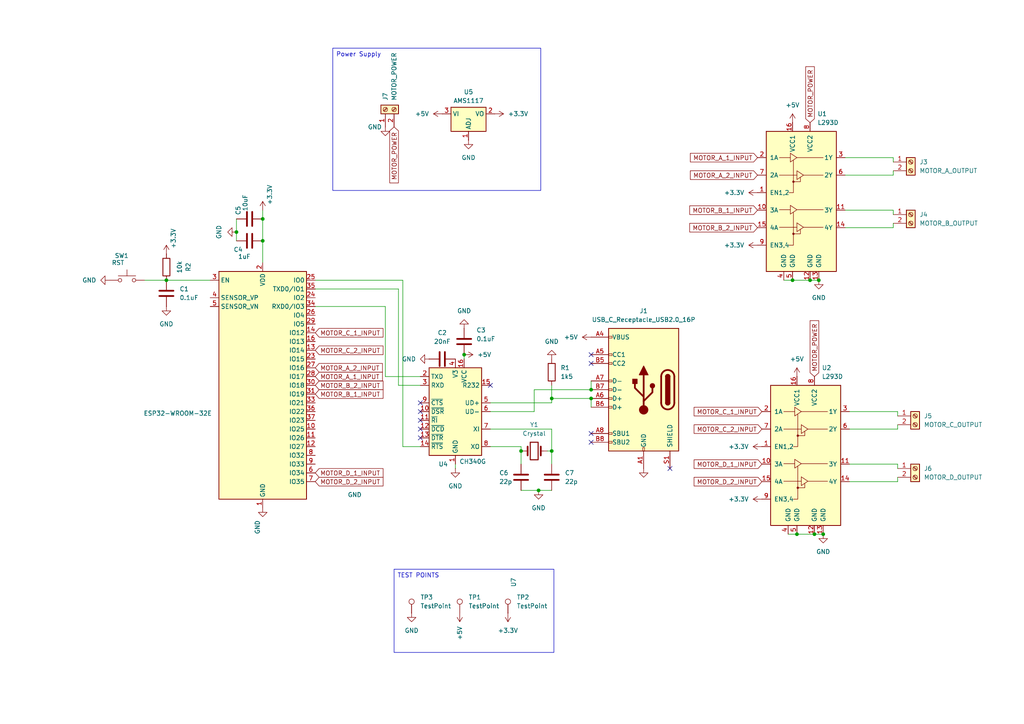
<source format=kicad_sch>
(kicad_sch
	(version 20250114)
	(generator "eeschema")
	(generator_version "9.0")
	(uuid "518c931f-0676-4260-adec-158924958d20")
	(paper "A4")
	(lib_symbols
		(symbol "Connector:Screw_Terminal_01x02"
			(pin_names
				(offset 1.016)
				(hide yes)
			)
			(exclude_from_sim no)
			(in_bom yes)
			(on_board yes)
			(property "Reference" "J"
				(at 0 2.54 0)
				(effects
					(font
						(size 1.27 1.27)
					)
				)
			)
			(property "Value" "Screw_Terminal_01x02"
				(at 0 -5.08 0)
				(effects
					(font
						(size 1.27 1.27)
					)
				)
			)
			(property "Footprint" ""
				(at 0 0 0)
				(effects
					(font
						(size 1.27 1.27)
					)
					(hide yes)
				)
			)
			(property "Datasheet" "~"
				(at 0 0 0)
				(effects
					(font
						(size 1.27 1.27)
					)
					(hide yes)
				)
			)
			(property "Description" "Generic screw terminal, single row, 01x02, script generated (kicad-library-utils/schlib/autogen/connector/)"
				(at 0 0 0)
				(effects
					(font
						(size 1.27 1.27)
					)
					(hide yes)
				)
			)
			(property "ki_keywords" "screw terminal"
				(at 0 0 0)
				(effects
					(font
						(size 1.27 1.27)
					)
					(hide yes)
				)
			)
			(property "ki_fp_filters" "TerminalBlock*:*"
				(at 0 0 0)
				(effects
					(font
						(size 1.27 1.27)
					)
					(hide yes)
				)
			)
			(symbol "Screw_Terminal_01x02_1_1"
				(rectangle
					(start -1.27 1.27)
					(end 1.27 -3.81)
					(stroke
						(width 0.254)
						(type default)
					)
					(fill
						(type background)
					)
				)
				(polyline
					(pts
						(xy -0.5334 0.3302) (xy 0.3302 -0.508)
					)
					(stroke
						(width 0.1524)
						(type default)
					)
					(fill
						(type none)
					)
				)
				(polyline
					(pts
						(xy -0.5334 -2.2098) (xy 0.3302 -3.048)
					)
					(stroke
						(width 0.1524)
						(type default)
					)
					(fill
						(type none)
					)
				)
				(polyline
					(pts
						(xy -0.3556 0.508) (xy 0.508 -0.3302)
					)
					(stroke
						(width 0.1524)
						(type default)
					)
					(fill
						(type none)
					)
				)
				(polyline
					(pts
						(xy -0.3556 -2.032) (xy 0.508 -2.8702)
					)
					(stroke
						(width 0.1524)
						(type default)
					)
					(fill
						(type none)
					)
				)
				(circle
					(center 0 0)
					(radius 0.635)
					(stroke
						(width 0.1524)
						(type default)
					)
					(fill
						(type none)
					)
				)
				(circle
					(center 0 -2.54)
					(radius 0.635)
					(stroke
						(width 0.1524)
						(type default)
					)
					(fill
						(type none)
					)
				)
				(pin passive line
					(at -5.08 0 0)
					(length 3.81)
					(name "Pin_1"
						(effects
							(font
								(size 1.27 1.27)
							)
						)
					)
					(number "1"
						(effects
							(font
								(size 1.27 1.27)
							)
						)
					)
				)
				(pin passive line
					(at -5.08 -2.54 0)
					(length 3.81)
					(name "Pin_2"
						(effects
							(font
								(size 1.27 1.27)
							)
						)
					)
					(number "2"
						(effects
							(font
								(size 1.27 1.27)
							)
						)
					)
				)
			)
			(embedded_fonts no)
		)
		(symbol "Connector:TestPoint"
			(pin_numbers
				(hide yes)
			)
			(pin_names
				(offset 0.762)
				(hide yes)
			)
			(exclude_from_sim no)
			(in_bom yes)
			(on_board yes)
			(property "Reference" "TP"
				(at 0 6.858 0)
				(effects
					(font
						(size 1.27 1.27)
					)
				)
			)
			(property "Value" "TestPoint"
				(at 0 5.08 0)
				(effects
					(font
						(size 1.27 1.27)
					)
				)
			)
			(property "Footprint" ""
				(at 5.08 0 0)
				(effects
					(font
						(size 1.27 1.27)
					)
					(hide yes)
				)
			)
			(property "Datasheet" "~"
				(at 5.08 0 0)
				(effects
					(font
						(size 1.27 1.27)
					)
					(hide yes)
				)
			)
			(property "Description" "test point"
				(at 0 0 0)
				(effects
					(font
						(size 1.27 1.27)
					)
					(hide yes)
				)
			)
			(property "ki_keywords" "test point tp"
				(at 0 0 0)
				(effects
					(font
						(size 1.27 1.27)
					)
					(hide yes)
				)
			)
			(property "ki_fp_filters" "Pin* Test*"
				(at 0 0 0)
				(effects
					(font
						(size 1.27 1.27)
					)
					(hide yes)
				)
			)
			(symbol "TestPoint_0_1"
				(circle
					(center 0 3.302)
					(radius 0.762)
					(stroke
						(width 0)
						(type default)
					)
					(fill
						(type none)
					)
				)
			)
			(symbol "TestPoint_1_1"
				(pin passive line
					(at 0 0 90)
					(length 2.54)
					(name "1"
						(effects
							(font
								(size 1.27 1.27)
							)
						)
					)
					(number "1"
						(effects
							(font
								(size 1.27 1.27)
							)
						)
					)
				)
			)
			(embedded_fonts no)
		)
		(symbol "Connector:USB_C_Receptacle_USB2.0_16P"
			(pin_names
				(offset 1.016)
			)
			(exclude_from_sim no)
			(in_bom yes)
			(on_board yes)
			(property "Reference" "J"
				(at 0 22.225 0)
				(effects
					(font
						(size 1.27 1.27)
					)
				)
			)
			(property "Value" "USB_C_Receptacle_USB2.0_16P"
				(at 0 19.685 0)
				(effects
					(font
						(size 1.27 1.27)
					)
				)
			)
			(property "Footprint" ""
				(at 3.81 0 0)
				(effects
					(font
						(size 1.27 1.27)
					)
					(hide yes)
				)
			)
			(property "Datasheet" "https://www.usb.org/sites/default/files/documents/usb_type-c.zip"
				(at 3.81 0 0)
				(effects
					(font
						(size 1.27 1.27)
					)
					(hide yes)
				)
			)
			(property "Description" "USB 2.0-only 16P Type-C Receptacle connector"
				(at 0 0 0)
				(effects
					(font
						(size 1.27 1.27)
					)
					(hide yes)
				)
			)
			(property "ki_keywords" "usb universal serial bus type-C USB2.0"
				(at 0 0 0)
				(effects
					(font
						(size 1.27 1.27)
					)
					(hide yes)
				)
			)
			(property "ki_fp_filters" "USB*C*Receptacle*"
				(at 0 0 0)
				(effects
					(font
						(size 1.27 1.27)
					)
					(hide yes)
				)
			)
			(symbol "USB_C_Receptacle_USB2.0_16P_0_0"
				(rectangle
					(start -0.254 -17.78)
					(end 0.254 -16.764)
					(stroke
						(width 0)
						(type default)
					)
					(fill
						(type none)
					)
				)
				(rectangle
					(start 10.16 15.494)
					(end 9.144 14.986)
					(stroke
						(width 0)
						(type default)
					)
					(fill
						(type none)
					)
				)
				(rectangle
					(start 10.16 10.414)
					(end 9.144 9.906)
					(stroke
						(width 0)
						(type default)
					)
					(fill
						(type none)
					)
				)
				(rectangle
					(start 10.16 7.874)
					(end 9.144 7.366)
					(stroke
						(width 0)
						(type default)
					)
					(fill
						(type none)
					)
				)
				(rectangle
					(start 10.16 2.794)
					(end 9.144 2.286)
					(stroke
						(width 0)
						(type default)
					)
					(fill
						(type none)
					)
				)
				(rectangle
					(start 10.16 0.254)
					(end 9.144 -0.254)
					(stroke
						(width 0)
						(type default)
					)
					(fill
						(type none)
					)
				)
				(rectangle
					(start 10.16 -2.286)
					(end 9.144 -2.794)
					(stroke
						(width 0)
						(type default)
					)
					(fill
						(type none)
					)
				)
				(rectangle
					(start 10.16 -4.826)
					(end 9.144 -5.334)
					(stroke
						(width 0)
						(type default)
					)
					(fill
						(type none)
					)
				)
				(rectangle
					(start 10.16 -12.446)
					(end 9.144 -12.954)
					(stroke
						(width 0)
						(type default)
					)
					(fill
						(type none)
					)
				)
				(rectangle
					(start 10.16 -14.986)
					(end 9.144 -15.494)
					(stroke
						(width 0)
						(type default)
					)
					(fill
						(type none)
					)
				)
			)
			(symbol "USB_C_Receptacle_USB2.0_16P_0_1"
				(rectangle
					(start -10.16 17.78)
					(end 10.16 -17.78)
					(stroke
						(width 0.254)
						(type default)
					)
					(fill
						(type background)
					)
				)
				(polyline
					(pts
						(xy -8.89 -3.81) (xy -8.89 3.81)
					)
					(stroke
						(width 0.508)
						(type default)
					)
					(fill
						(type none)
					)
				)
				(rectangle
					(start -7.62 -3.81)
					(end -6.35 3.81)
					(stroke
						(width 0.254)
						(type default)
					)
					(fill
						(type outline)
					)
				)
				(arc
					(start -7.62 3.81)
					(mid -6.985 4.4423)
					(end -6.35 3.81)
					(stroke
						(width 0.254)
						(type default)
					)
					(fill
						(type none)
					)
				)
				(arc
					(start -7.62 3.81)
					(mid -6.985 4.4423)
					(end -6.35 3.81)
					(stroke
						(width 0.254)
						(type default)
					)
					(fill
						(type outline)
					)
				)
				(arc
					(start -8.89 3.81)
					(mid -6.985 5.7067)
					(end -5.08 3.81)
					(stroke
						(width 0.508)
						(type default)
					)
					(fill
						(type none)
					)
				)
				(arc
					(start -5.08 -3.81)
					(mid -6.985 -5.7067)
					(end -8.89 -3.81)
					(stroke
						(width 0.508)
						(type default)
					)
					(fill
						(type none)
					)
				)
				(arc
					(start -6.35 -3.81)
					(mid -6.985 -4.4423)
					(end -7.62 -3.81)
					(stroke
						(width 0.254)
						(type default)
					)
					(fill
						(type none)
					)
				)
				(arc
					(start -6.35 -3.81)
					(mid -6.985 -4.4423)
					(end -7.62 -3.81)
					(stroke
						(width 0.254)
						(type default)
					)
					(fill
						(type outline)
					)
				)
				(polyline
					(pts
						(xy -5.08 3.81) (xy -5.08 -3.81)
					)
					(stroke
						(width 0.508)
						(type default)
					)
					(fill
						(type none)
					)
				)
				(circle
					(center -2.54 1.143)
					(radius 0.635)
					(stroke
						(width 0.254)
						(type default)
					)
					(fill
						(type outline)
					)
				)
				(polyline
					(pts
						(xy -1.27 4.318) (xy 0 6.858) (xy 1.27 4.318) (xy -1.27 4.318)
					)
					(stroke
						(width 0.254)
						(type default)
					)
					(fill
						(type outline)
					)
				)
				(polyline
					(pts
						(xy 0 -2.032) (xy 2.54 0.508) (xy 2.54 1.778)
					)
					(stroke
						(width 0.508)
						(type default)
					)
					(fill
						(type none)
					)
				)
				(polyline
					(pts
						(xy 0 -3.302) (xy -2.54 -0.762) (xy -2.54 0.508)
					)
					(stroke
						(width 0.508)
						(type default)
					)
					(fill
						(type none)
					)
				)
				(polyline
					(pts
						(xy 0 -5.842) (xy 0 4.318)
					)
					(stroke
						(width 0.508)
						(type default)
					)
					(fill
						(type none)
					)
				)
				(circle
					(center 0 -5.842)
					(radius 1.27)
					(stroke
						(width 0)
						(type default)
					)
					(fill
						(type outline)
					)
				)
				(rectangle
					(start 1.905 1.778)
					(end 3.175 3.048)
					(stroke
						(width 0.254)
						(type default)
					)
					(fill
						(type outline)
					)
				)
			)
			(symbol "USB_C_Receptacle_USB2.0_16P_1_1"
				(pin passive line
					(at -7.62 -22.86 90)
					(length 5.08)
					(name "SHIELD"
						(effects
							(font
								(size 1.27 1.27)
							)
						)
					)
					(number "S1"
						(effects
							(font
								(size 1.27 1.27)
							)
						)
					)
				)
				(pin passive line
					(at 0 -22.86 90)
					(length 5.08)
					(name "GND"
						(effects
							(font
								(size 1.27 1.27)
							)
						)
					)
					(number "A1"
						(effects
							(font
								(size 1.27 1.27)
							)
						)
					)
				)
				(pin passive line
					(at 0 -22.86 90)
					(length 5.08)
					(hide yes)
					(name "GND"
						(effects
							(font
								(size 1.27 1.27)
							)
						)
					)
					(number "A12"
						(effects
							(font
								(size 1.27 1.27)
							)
						)
					)
				)
				(pin passive line
					(at 0 -22.86 90)
					(length 5.08)
					(hide yes)
					(name "GND"
						(effects
							(font
								(size 1.27 1.27)
							)
						)
					)
					(number "B1"
						(effects
							(font
								(size 1.27 1.27)
							)
						)
					)
				)
				(pin passive line
					(at 0 -22.86 90)
					(length 5.08)
					(hide yes)
					(name "GND"
						(effects
							(font
								(size 1.27 1.27)
							)
						)
					)
					(number "B12"
						(effects
							(font
								(size 1.27 1.27)
							)
						)
					)
				)
				(pin passive line
					(at 15.24 15.24 180)
					(length 5.08)
					(name "VBUS"
						(effects
							(font
								(size 1.27 1.27)
							)
						)
					)
					(number "A4"
						(effects
							(font
								(size 1.27 1.27)
							)
						)
					)
				)
				(pin passive line
					(at 15.24 15.24 180)
					(length 5.08)
					(hide yes)
					(name "VBUS"
						(effects
							(font
								(size 1.27 1.27)
							)
						)
					)
					(number "A9"
						(effects
							(font
								(size 1.27 1.27)
							)
						)
					)
				)
				(pin passive line
					(at 15.24 15.24 180)
					(length 5.08)
					(hide yes)
					(name "VBUS"
						(effects
							(font
								(size 1.27 1.27)
							)
						)
					)
					(number "B4"
						(effects
							(font
								(size 1.27 1.27)
							)
						)
					)
				)
				(pin passive line
					(at 15.24 15.24 180)
					(length 5.08)
					(hide yes)
					(name "VBUS"
						(effects
							(font
								(size 1.27 1.27)
							)
						)
					)
					(number "B9"
						(effects
							(font
								(size 1.27 1.27)
							)
						)
					)
				)
				(pin bidirectional line
					(at 15.24 10.16 180)
					(length 5.08)
					(name "CC1"
						(effects
							(font
								(size 1.27 1.27)
							)
						)
					)
					(number "A5"
						(effects
							(font
								(size 1.27 1.27)
							)
						)
					)
				)
				(pin bidirectional line
					(at 15.24 7.62 180)
					(length 5.08)
					(name "CC2"
						(effects
							(font
								(size 1.27 1.27)
							)
						)
					)
					(number "B5"
						(effects
							(font
								(size 1.27 1.27)
							)
						)
					)
				)
				(pin bidirectional line
					(at 15.24 2.54 180)
					(length 5.08)
					(name "D-"
						(effects
							(font
								(size 1.27 1.27)
							)
						)
					)
					(number "A7"
						(effects
							(font
								(size 1.27 1.27)
							)
						)
					)
				)
				(pin bidirectional line
					(at 15.24 0 180)
					(length 5.08)
					(name "D-"
						(effects
							(font
								(size 1.27 1.27)
							)
						)
					)
					(number "B7"
						(effects
							(font
								(size 1.27 1.27)
							)
						)
					)
				)
				(pin bidirectional line
					(at 15.24 -2.54 180)
					(length 5.08)
					(name "D+"
						(effects
							(font
								(size 1.27 1.27)
							)
						)
					)
					(number "A6"
						(effects
							(font
								(size 1.27 1.27)
							)
						)
					)
				)
				(pin bidirectional line
					(at 15.24 -5.08 180)
					(length 5.08)
					(name "D+"
						(effects
							(font
								(size 1.27 1.27)
							)
						)
					)
					(number "B6"
						(effects
							(font
								(size 1.27 1.27)
							)
						)
					)
				)
				(pin bidirectional line
					(at 15.24 -12.7 180)
					(length 5.08)
					(name "SBU1"
						(effects
							(font
								(size 1.27 1.27)
							)
						)
					)
					(number "A8"
						(effects
							(font
								(size 1.27 1.27)
							)
						)
					)
				)
				(pin bidirectional line
					(at 15.24 -15.24 180)
					(length 5.08)
					(name "SBU2"
						(effects
							(font
								(size 1.27 1.27)
							)
						)
					)
					(number "B8"
						(effects
							(font
								(size 1.27 1.27)
							)
						)
					)
				)
			)
			(embedded_fonts no)
		)
		(symbol "Device:C"
			(pin_numbers
				(hide yes)
			)
			(pin_names
				(offset 0.254)
			)
			(exclude_from_sim no)
			(in_bom yes)
			(on_board yes)
			(property "Reference" "C"
				(at 0.635 2.54 0)
				(effects
					(font
						(size 1.27 1.27)
					)
					(justify left)
				)
			)
			(property "Value" "C"
				(at 0.635 -2.54 0)
				(effects
					(font
						(size 1.27 1.27)
					)
					(justify left)
				)
			)
			(property "Footprint" ""
				(at 0.9652 -3.81 0)
				(effects
					(font
						(size 1.27 1.27)
					)
					(hide yes)
				)
			)
			(property "Datasheet" "~"
				(at 0 0 0)
				(effects
					(font
						(size 1.27 1.27)
					)
					(hide yes)
				)
			)
			(property "Description" "Unpolarized capacitor"
				(at 0 0 0)
				(effects
					(font
						(size 1.27 1.27)
					)
					(hide yes)
				)
			)
			(property "ki_keywords" "cap capacitor"
				(at 0 0 0)
				(effects
					(font
						(size 1.27 1.27)
					)
					(hide yes)
				)
			)
			(property "ki_fp_filters" "C_*"
				(at 0 0 0)
				(effects
					(font
						(size 1.27 1.27)
					)
					(hide yes)
				)
			)
			(symbol "C_0_1"
				(polyline
					(pts
						(xy -2.032 0.762) (xy 2.032 0.762)
					)
					(stroke
						(width 0.508)
						(type default)
					)
					(fill
						(type none)
					)
				)
				(polyline
					(pts
						(xy -2.032 -0.762) (xy 2.032 -0.762)
					)
					(stroke
						(width 0.508)
						(type default)
					)
					(fill
						(type none)
					)
				)
			)
			(symbol "C_1_1"
				(pin passive line
					(at 0 3.81 270)
					(length 2.794)
					(name "~"
						(effects
							(font
								(size 1.27 1.27)
							)
						)
					)
					(number "1"
						(effects
							(font
								(size 1.27 1.27)
							)
						)
					)
				)
				(pin passive line
					(at 0 -3.81 90)
					(length 2.794)
					(name "~"
						(effects
							(font
								(size 1.27 1.27)
							)
						)
					)
					(number "2"
						(effects
							(font
								(size 1.27 1.27)
							)
						)
					)
				)
			)
			(embedded_fonts no)
		)
		(symbol "Device:Crystal"
			(pin_numbers
				(hide yes)
			)
			(pin_names
				(offset 1.016)
				(hide yes)
			)
			(exclude_from_sim no)
			(in_bom yes)
			(on_board yes)
			(property "Reference" "Y"
				(at 0 3.81 0)
				(effects
					(font
						(size 1.27 1.27)
					)
				)
			)
			(property "Value" "Crystal"
				(at 0 -3.81 0)
				(effects
					(font
						(size 1.27 1.27)
					)
				)
			)
			(property "Footprint" ""
				(at 0 0 0)
				(effects
					(font
						(size 1.27 1.27)
					)
					(hide yes)
				)
			)
			(property "Datasheet" "~"
				(at 0 0 0)
				(effects
					(font
						(size 1.27 1.27)
					)
					(hide yes)
				)
			)
			(property "Description" "Two pin crystal"
				(at 0 0 0)
				(effects
					(font
						(size 1.27 1.27)
					)
					(hide yes)
				)
			)
			(property "ki_keywords" "quartz ceramic resonator oscillator"
				(at 0 0 0)
				(effects
					(font
						(size 1.27 1.27)
					)
					(hide yes)
				)
			)
			(property "ki_fp_filters" "Crystal*"
				(at 0 0 0)
				(effects
					(font
						(size 1.27 1.27)
					)
					(hide yes)
				)
			)
			(symbol "Crystal_0_1"
				(polyline
					(pts
						(xy -2.54 0) (xy -1.905 0)
					)
					(stroke
						(width 0)
						(type default)
					)
					(fill
						(type none)
					)
				)
				(polyline
					(pts
						(xy -1.905 -1.27) (xy -1.905 1.27)
					)
					(stroke
						(width 0.508)
						(type default)
					)
					(fill
						(type none)
					)
				)
				(rectangle
					(start -1.143 2.54)
					(end 1.143 -2.54)
					(stroke
						(width 0.3048)
						(type default)
					)
					(fill
						(type none)
					)
				)
				(polyline
					(pts
						(xy 1.905 -1.27) (xy 1.905 1.27)
					)
					(stroke
						(width 0.508)
						(type default)
					)
					(fill
						(type none)
					)
				)
				(polyline
					(pts
						(xy 2.54 0) (xy 1.905 0)
					)
					(stroke
						(width 0)
						(type default)
					)
					(fill
						(type none)
					)
				)
			)
			(symbol "Crystal_1_1"
				(pin passive line
					(at -3.81 0 0)
					(length 1.27)
					(name "1"
						(effects
							(font
								(size 1.27 1.27)
							)
						)
					)
					(number "1"
						(effects
							(font
								(size 1.27 1.27)
							)
						)
					)
				)
				(pin passive line
					(at 3.81 0 180)
					(length 1.27)
					(name "2"
						(effects
							(font
								(size 1.27 1.27)
							)
						)
					)
					(number "2"
						(effects
							(font
								(size 1.27 1.27)
							)
						)
					)
				)
			)
			(embedded_fonts no)
		)
		(symbol "Device:R"
			(pin_numbers
				(hide yes)
			)
			(pin_names
				(offset 0)
			)
			(exclude_from_sim no)
			(in_bom yes)
			(on_board yes)
			(property "Reference" "R"
				(at 2.032 0 90)
				(effects
					(font
						(size 1.27 1.27)
					)
				)
			)
			(property "Value" "R"
				(at 0 0 90)
				(effects
					(font
						(size 1.27 1.27)
					)
				)
			)
			(property "Footprint" ""
				(at -1.778 0 90)
				(effects
					(font
						(size 1.27 1.27)
					)
					(hide yes)
				)
			)
			(property "Datasheet" "~"
				(at 0 0 0)
				(effects
					(font
						(size 1.27 1.27)
					)
					(hide yes)
				)
			)
			(property "Description" "Resistor"
				(at 0 0 0)
				(effects
					(font
						(size 1.27 1.27)
					)
					(hide yes)
				)
			)
			(property "ki_keywords" "R res resistor"
				(at 0 0 0)
				(effects
					(font
						(size 1.27 1.27)
					)
					(hide yes)
				)
			)
			(property "ki_fp_filters" "R_*"
				(at 0 0 0)
				(effects
					(font
						(size 1.27 1.27)
					)
					(hide yes)
				)
			)
			(symbol "R_0_1"
				(rectangle
					(start -1.016 -2.54)
					(end 1.016 2.54)
					(stroke
						(width 0.254)
						(type default)
					)
					(fill
						(type none)
					)
				)
			)
			(symbol "R_1_1"
				(pin passive line
					(at 0 3.81 270)
					(length 1.27)
					(name "~"
						(effects
							(font
								(size 1.27 1.27)
							)
						)
					)
					(number "1"
						(effects
							(font
								(size 1.27 1.27)
							)
						)
					)
				)
				(pin passive line
					(at 0 -3.81 90)
					(length 1.27)
					(name "~"
						(effects
							(font
								(size 1.27 1.27)
							)
						)
					)
					(number "2"
						(effects
							(font
								(size 1.27 1.27)
							)
						)
					)
				)
			)
			(embedded_fonts no)
		)
		(symbol "Driver_Motor:L293D"
			(pin_names
				(offset 1.016)
			)
			(exclude_from_sim no)
			(in_bom yes)
			(on_board yes)
			(property "Reference" "U"
				(at -5.08 26.035 0)
				(effects
					(font
						(size 1.27 1.27)
					)
					(justify right)
				)
			)
			(property "Value" "L293D"
				(at -5.08 24.13 0)
				(effects
					(font
						(size 1.27 1.27)
					)
					(justify right)
				)
			)
			(property "Footprint" "Package_DIP:DIP-16_W7.62mm"
				(at 6.35 -19.05 0)
				(effects
					(font
						(size 1.27 1.27)
					)
					(justify left)
					(hide yes)
				)
			)
			(property "Datasheet" "http://www.ti.com/lit/ds/symlink/l293.pdf"
				(at -7.62 17.78 0)
				(effects
					(font
						(size 1.27 1.27)
					)
					(hide yes)
				)
			)
			(property "Description" "Quadruple Half-H Drivers"
				(at 0 0 0)
				(effects
					(font
						(size 1.27 1.27)
					)
					(hide yes)
				)
			)
			(property "ki_keywords" "Half-H Driver Motor"
				(at 0 0 0)
				(effects
					(font
						(size 1.27 1.27)
					)
					(hide yes)
				)
			)
			(property "ki_fp_filters" "DIP*W7.62mm*"
				(at 0 0 0)
				(effects
					(font
						(size 1.27 1.27)
					)
					(hide yes)
				)
			)
			(symbol "L293D_0_1"
				(rectangle
					(start -10.16 22.86)
					(end 10.16 -17.78)
					(stroke
						(width 0.254)
						(type default)
					)
					(fill
						(type background)
					)
				)
				(polyline
					(pts
						(xy -6.35 15.24) (xy -3.175 15.24)
					)
					(stroke
						(width 0)
						(type default)
					)
					(fill
						(type none)
					)
				)
				(polyline
					(pts
						(xy -6.35 10.16) (xy -1.27 10.16)
					)
					(stroke
						(width 0)
						(type default)
					)
					(fill
						(type none)
					)
				)
				(polyline
					(pts
						(xy -6.35 0.127) (xy -3.175 0.127)
					)
					(stroke
						(width 0)
						(type default)
					)
					(fill
						(type none)
					)
				)
				(polyline
					(pts
						(xy -6.35 -4.953) (xy -1.27 -4.953)
					)
					(stroke
						(width 0)
						(type default)
					)
					(fill
						(type none)
					)
				)
				(polyline
					(pts
						(xy -3.175 16.51) (xy -3.175 13.97) (xy -1.27 15.24) (xy -3.175 16.51)
					)
					(stroke
						(width 0)
						(type default)
					)
					(fill
						(type none)
					)
				)
				(polyline
					(pts
						(xy -3.175 1.397) (xy -3.175 -1.143) (xy -1.27 0.127) (xy -3.175 1.397)
					)
					(stroke
						(width 0)
						(type default)
					)
					(fill
						(type none)
					)
				)
				(polyline
					(pts
						(xy -2.286 14.478) (xy -2.286 5.08) (xy -3.556 5.08)
					)
					(stroke
						(width 0)
						(type default)
					)
					(fill
						(type none)
					)
				)
				(circle
					(center -2.286 8.255)
					(radius 0.254)
					(stroke
						(width 0)
						(type default)
					)
					(fill
						(type outline)
					)
				)
				(polyline
					(pts
						(xy -2.286 8.255) (xy -0.254 8.255) (xy -0.254 9.525)
					)
					(stroke
						(width 0)
						(type default)
					)
					(fill
						(type none)
					)
				)
				(polyline
					(pts
						(xy -2.286 -0.635) (xy -2.286 -10.16) (xy -3.556 -10.16)
					)
					(stroke
						(width 0)
						(type default)
					)
					(fill
						(type none)
					)
				)
				(circle
					(center -2.286 -6.858)
					(radius 0.254)
					(stroke
						(width 0)
						(type default)
					)
					(fill
						(type outline)
					)
				)
				(polyline
					(pts
						(xy -2.286 -6.858) (xy -0.254 -6.858) (xy -0.254 -5.588)
					)
					(stroke
						(width 0)
						(type default)
					)
					(fill
						(type none)
					)
				)
				(polyline
					(pts
						(xy -1.27 15.24) (xy 6.35 15.24)
					)
					(stroke
						(width 0)
						(type default)
					)
					(fill
						(type none)
					)
				)
				(polyline
					(pts
						(xy -1.27 11.43) (xy -1.27 8.89) (xy 0.635 10.16) (xy -1.27 11.43)
					)
					(stroke
						(width 0)
						(type default)
					)
					(fill
						(type none)
					)
				)
				(polyline
					(pts
						(xy -1.27 0.127) (xy 6.35 0.127)
					)
					(stroke
						(width 0)
						(type default)
					)
					(fill
						(type none)
					)
				)
				(polyline
					(pts
						(xy -1.27 -3.683) (xy -1.27 -6.223) (xy 0.635 -4.953) (xy -1.27 -3.683)
					)
					(stroke
						(width 0)
						(type default)
					)
					(fill
						(type none)
					)
				)
				(polyline
					(pts
						(xy 0.635 10.16) (xy 6.35 10.16)
					)
					(stroke
						(width 0)
						(type default)
					)
					(fill
						(type none)
					)
				)
				(polyline
					(pts
						(xy 0.635 -4.953) (xy 6.35 -4.953)
					)
					(stroke
						(width 0)
						(type default)
					)
					(fill
						(type none)
					)
				)
			)
			(symbol "L293D_1_1"
				(pin input line
					(at -12.7 15.24 0)
					(length 2.54)
					(name "1A"
						(effects
							(font
								(size 1.27 1.27)
							)
						)
					)
					(number "2"
						(effects
							(font
								(size 1.27 1.27)
							)
						)
					)
				)
				(pin input line
					(at -12.7 10.16 0)
					(length 2.54)
					(name "2A"
						(effects
							(font
								(size 1.27 1.27)
							)
						)
					)
					(number "7"
						(effects
							(font
								(size 1.27 1.27)
							)
						)
					)
				)
				(pin input line
					(at -12.7 5.08 0)
					(length 2.54)
					(name "EN1,2"
						(effects
							(font
								(size 1.27 1.27)
							)
						)
					)
					(number "1"
						(effects
							(font
								(size 1.27 1.27)
							)
						)
					)
				)
				(pin input line
					(at -12.7 0 0)
					(length 2.54)
					(name "3A"
						(effects
							(font
								(size 1.27 1.27)
							)
						)
					)
					(number "10"
						(effects
							(font
								(size 1.27 1.27)
							)
						)
					)
				)
				(pin input line
					(at -12.7 -5.08 0)
					(length 2.54)
					(name "4A"
						(effects
							(font
								(size 1.27 1.27)
							)
						)
					)
					(number "15"
						(effects
							(font
								(size 1.27 1.27)
							)
						)
					)
				)
				(pin input line
					(at -12.7 -10.16 0)
					(length 2.54)
					(name "EN3,4"
						(effects
							(font
								(size 1.27 1.27)
							)
						)
					)
					(number "9"
						(effects
							(font
								(size 1.27 1.27)
							)
						)
					)
				)
				(pin power_in line
					(at -5.08 -20.32 90)
					(length 2.54)
					(name "GND"
						(effects
							(font
								(size 1.27 1.27)
							)
						)
					)
					(number "4"
						(effects
							(font
								(size 1.27 1.27)
							)
						)
					)
				)
				(pin power_in line
					(at -2.54 25.4 270)
					(length 2.54)
					(name "VCC1"
						(effects
							(font
								(size 1.27 1.27)
							)
						)
					)
					(number "16"
						(effects
							(font
								(size 1.27 1.27)
							)
						)
					)
				)
				(pin power_in line
					(at -2.54 -20.32 90)
					(length 2.54)
					(name "GND"
						(effects
							(font
								(size 1.27 1.27)
							)
						)
					)
					(number "5"
						(effects
							(font
								(size 1.27 1.27)
							)
						)
					)
				)
				(pin power_in line
					(at 2.54 25.4 270)
					(length 2.54)
					(name "VCC2"
						(effects
							(font
								(size 1.27 1.27)
							)
						)
					)
					(number "8"
						(effects
							(font
								(size 1.27 1.27)
							)
						)
					)
				)
				(pin power_in line
					(at 2.54 -20.32 90)
					(length 2.54)
					(name "GND"
						(effects
							(font
								(size 1.27 1.27)
							)
						)
					)
					(number "12"
						(effects
							(font
								(size 1.27 1.27)
							)
						)
					)
				)
				(pin power_in line
					(at 5.08 -20.32 90)
					(length 2.54)
					(name "GND"
						(effects
							(font
								(size 1.27 1.27)
							)
						)
					)
					(number "13"
						(effects
							(font
								(size 1.27 1.27)
							)
						)
					)
				)
				(pin output line
					(at 12.7 15.24 180)
					(length 2.54)
					(name "1Y"
						(effects
							(font
								(size 1.27 1.27)
							)
						)
					)
					(number "3"
						(effects
							(font
								(size 1.27 1.27)
							)
						)
					)
				)
				(pin output line
					(at 12.7 10.16 180)
					(length 2.54)
					(name "2Y"
						(effects
							(font
								(size 1.27 1.27)
							)
						)
					)
					(number "6"
						(effects
							(font
								(size 1.27 1.27)
							)
						)
					)
				)
				(pin output line
					(at 12.7 0 180)
					(length 2.54)
					(name "3Y"
						(effects
							(font
								(size 1.27 1.27)
							)
						)
					)
					(number "11"
						(effects
							(font
								(size 1.27 1.27)
							)
						)
					)
				)
				(pin output line
					(at 12.7 -5.08 180)
					(length 2.54)
					(name "4Y"
						(effects
							(font
								(size 1.27 1.27)
							)
						)
					)
					(number "14"
						(effects
							(font
								(size 1.27 1.27)
							)
						)
					)
				)
			)
			(embedded_fonts no)
		)
		(symbol "Interface_USB:CH340G"
			(exclude_from_sim no)
			(in_bom yes)
			(on_board yes)
			(property "Reference" "U"
				(at -5.08 13.97 0)
				(effects
					(font
						(size 1.27 1.27)
					)
					(justify right)
				)
			)
			(property "Value" "CH340G"
				(at 1.27 13.97 0)
				(effects
					(font
						(size 1.27 1.27)
					)
					(justify left)
				)
			)
			(property "Footprint" "Package_SO:SOIC-16_3.9x9.9mm_P1.27mm"
				(at 1.27 -13.97 0)
				(effects
					(font
						(size 1.27 1.27)
					)
					(justify left)
					(hide yes)
				)
			)
			(property "Datasheet" "http://www.datasheet5.com/pdf-local-2195953"
				(at -8.89 20.32 0)
				(effects
					(font
						(size 1.27 1.27)
					)
					(hide yes)
				)
			)
			(property "Description" "USB serial converter, UART, SOIC-16"
				(at 0 0 0)
				(effects
					(font
						(size 1.27 1.27)
					)
					(hide yes)
				)
			)
			(property "ki_keywords" "USB UART Serial Converter Interface"
				(at 0 0 0)
				(effects
					(font
						(size 1.27 1.27)
					)
					(hide yes)
				)
			)
			(property "ki_fp_filters" "SOIC*3.9x9.9mm*P1.27mm*"
				(at 0 0 0)
				(effects
					(font
						(size 1.27 1.27)
					)
					(hide yes)
				)
			)
			(symbol "CH340G_0_1"
				(rectangle
					(start -7.62 12.7)
					(end 7.62 -12.7)
					(stroke
						(width 0.254)
						(type default)
					)
					(fill
						(type background)
					)
				)
			)
			(symbol "CH340G_1_1"
				(pin input line
					(at -10.16 7.62 0)
					(length 2.54)
					(name "R232"
						(effects
							(font
								(size 1.27 1.27)
							)
						)
					)
					(number "15"
						(effects
							(font
								(size 1.27 1.27)
							)
						)
					)
				)
				(pin bidirectional line
					(at -10.16 2.54 0)
					(length 2.54)
					(name "UD+"
						(effects
							(font
								(size 1.27 1.27)
							)
						)
					)
					(number "5"
						(effects
							(font
								(size 1.27 1.27)
							)
						)
					)
				)
				(pin bidirectional line
					(at -10.16 0 0)
					(length 2.54)
					(name "UD-"
						(effects
							(font
								(size 1.27 1.27)
							)
						)
					)
					(number "6"
						(effects
							(font
								(size 1.27 1.27)
							)
						)
					)
				)
				(pin input line
					(at -10.16 -5.08 0)
					(length 2.54)
					(name "XI"
						(effects
							(font
								(size 1.27 1.27)
							)
						)
					)
					(number "7"
						(effects
							(font
								(size 1.27 1.27)
							)
						)
					)
				)
				(pin output line
					(at -10.16 -10.16 0)
					(length 2.54)
					(name "XO"
						(effects
							(font
								(size 1.27 1.27)
							)
						)
					)
					(number "8"
						(effects
							(font
								(size 1.27 1.27)
							)
						)
					)
				)
				(pin power_in line
					(at -2.54 15.24 270)
					(length 2.54)
					(name "VCC"
						(effects
							(font
								(size 1.27 1.27)
							)
						)
					)
					(number "16"
						(effects
							(font
								(size 1.27 1.27)
							)
						)
					)
				)
				(pin power_out line
					(at 0 15.24 270)
					(length 2.54)
					(name "V3"
						(effects
							(font
								(size 1.27 1.27)
							)
						)
					)
					(number "4"
						(effects
							(font
								(size 1.27 1.27)
							)
						)
					)
				)
				(pin power_in line
					(at 0 -15.24 90)
					(length 2.54)
					(name "GND"
						(effects
							(font
								(size 1.27 1.27)
							)
						)
					)
					(number "1"
						(effects
							(font
								(size 1.27 1.27)
							)
						)
					)
				)
				(pin output line
					(at 10.16 10.16 180)
					(length 2.54)
					(name "TXD"
						(effects
							(font
								(size 1.27 1.27)
							)
						)
					)
					(number "2"
						(effects
							(font
								(size 1.27 1.27)
							)
						)
					)
				)
				(pin input line
					(at 10.16 7.62 180)
					(length 2.54)
					(name "RXD"
						(effects
							(font
								(size 1.27 1.27)
							)
						)
					)
					(number "3"
						(effects
							(font
								(size 1.27 1.27)
							)
						)
					)
				)
				(pin input line
					(at 10.16 2.54 180)
					(length 2.54)
					(name "~{CTS}"
						(effects
							(font
								(size 1.27 1.27)
							)
						)
					)
					(number "9"
						(effects
							(font
								(size 1.27 1.27)
							)
						)
					)
				)
				(pin input line
					(at 10.16 0 180)
					(length 2.54)
					(name "~{DSR}"
						(effects
							(font
								(size 1.27 1.27)
							)
						)
					)
					(number "10"
						(effects
							(font
								(size 1.27 1.27)
							)
						)
					)
				)
				(pin input line
					(at 10.16 -2.54 180)
					(length 2.54)
					(name "~{RI}"
						(effects
							(font
								(size 1.27 1.27)
							)
						)
					)
					(number "11"
						(effects
							(font
								(size 1.27 1.27)
							)
						)
					)
				)
				(pin input line
					(at 10.16 -5.08 180)
					(length 2.54)
					(name "~{DCD}"
						(effects
							(font
								(size 1.27 1.27)
							)
						)
					)
					(number "12"
						(effects
							(font
								(size 1.27 1.27)
							)
						)
					)
				)
				(pin output line
					(at 10.16 -7.62 180)
					(length 2.54)
					(name "~{DTR}"
						(effects
							(font
								(size 1.27 1.27)
							)
						)
					)
					(number "13"
						(effects
							(font
								(size 1.27 1.27)
							)
						)
					)
				)
				(pin output line
					(at 10.16 -10.16 180)
					(length 2.54)
					(name "~{RTS}"
						(effects
							(font
								(size 1.27 1.27)
							)
						)
					)
					(number "14"
						(effects
							(font
								(size 1.27 1.27)
							)
						)
					)
				)
			)
			(embedded_fonts no)
		)
		(symbol "RF_Module:ESP32-WROOM-32E"
			(exclude_from_sim no)
			(in_bom yes)
			(on_board yes)
			(property "Reference" "U"
				(at -12.7 34.29 0)
				(effects
					(font
						(size 1.27 1.27)
					)
					(justify left)
				)
			)
			(property "Value" "ESP32-WROOM-32E"
				(at 1.27 34.29 0)
				(effects
					(font
						(size 1.27 1.27)
					)
					(justify left)
				)
			)
			(property "Footprint" "RF_Module:ESP32-WROOM-32D"
				(at 16.51 -34.29 0)
				(effects
					(font
						(size 1.27 1.27)
					)
					(hide yes)
				)
			)
			(property "Datasheet" "https://www.espressif.com/sites/default/files/documentation/esp32-wroom-32e_esp32-wroom-32ue_datasheet_en.pdf"
				(at 0 0 0)
				(effects
					(font
						(size 1.27 1.27)
					)
					(hide yes)
				)
			)
			(property "Description" "RF Module, ESP32-D0WD-V3 SoC, without PSRAM, Wi-Fi 802.11b/g/n, Bluetooth, BLE, 32-bit, 2.7-3.6V, onboard antenna, SMD"
				(at 0 0 0)
				(effects
					(font
						(size 1.27 1.27)
					)
					(hide yes)
				)
			)
			(property "ki_keywords" "RF Radio BT ESP ESP32 Espressif onboard PCB antenna"
				(at 0 0 0)
				(effects
					(font
						(size 1.27 1.27)
					)
					(hide yes)
				)
			)
			(property "ki_fp_filters" "ESP32?WROOM?32D*"
				(at 0 0 0)
				(effects
					(font
						(size 1.27 1.27)
					)
					(hide yes)
				)
			)
			(symbol "ESP32-WROOM-32E_0_1"
				(rectangle
					(start -12.7 33.02)
					(end 12.7 -33.02)
					(stroke
						(width 0.254)
						(type default)
					)
					(fill
						(type background)
					)
				)
			)
			(symbol "ESP32-WROOM-32E_1_1"
				(pin input line
					(at -15.24 30.48 0)
					(length 2.54)
					(name "EN"
						(effects
							(font
								(size 1.27 1.27)
							)
						)
					)
					(number "3"
						(effects
							(font
								(size 1.27 1.27)
							)
						)
					)
				)
				(pin input line
					(at -15.24 25.4 0)
					(length 2.54)
					(name "SENSOR_VP"
						(effects
							(font
								(size 1.27 1.27)
							)
						)
					)
					(number "4"
						(effects
							(font
								(size 1.27 1.27)
							)
						)
					)
				)
				(pin input line
					(at -15.24 22.86 0)
					(length 2.54)
					(name "SENSOR_VN"
						(effects
							(font
								(size 1.27 1.27)
							)
						)
					)
					(number "5"
						(effects
							(font
								(size 1.27 1.27)
							)
						)
					)
				)
				(pin no_connect line
					(at -12.7 0 0)
					(length 2.54)
					(hide yes)
					(name "NC"
						(effects
							(font
								(size 1.27 1.27)
							)
						)
					)
					(number "21"
						(effects
							(font
								(size 1.27 1.27)
							)
						)
					)
				)
				(pin no_connect line
					(at -12.7 -2.54 0)
					(length 2.54)
					(hide yes)
					(name "NC"
						(effects
							(font
								(size 1.27 1.27)
							)
						)
					)
					(number "22"
						(effects
							(font
								(size 1.27 1.27)
							)
						)
					)
				)
				(pin no_connect line
					(at -12.7 -5.08 0)
					(length 2.54)
					(hide yes)
					(name "NC"
						(effects
							(font
								(size 1.27 1.27)
							)
						)
					)
					(number "17"
						(effects
							(font
								(size 1.27 1.27)
							)
						)
					)
				)
				(pin no_connect line
					(at -12.7 -7.62 0)
					(length 2.54)
					(hide yes)
					(name "NC"
						(effects
							(font
								(size 1.27 1.27)
							)
						)
					)
					(number "18"
						(effects
							(font
								(size 1.27 1.27)
							)
						)
					)
				)
				(pin no_connect line
					(at -12.7 -10.16 0)
					(length 2.54)
					(hide yes)
					(name "NC"
						(effects
							(font
								(size 1.27 1.27)
							)
						)
					)
					(number "20"
						(effects
							(font
								(size 1.27 1.27)
							)
						)
					)
				)
				(pin no_connect line
					(at -12.7 -12.7 0)
					(length 2.54)
					(hide yes)
					(name "NC"
						(effects
							(font
								(size 1.27 1.27)
							)
						)
					)
					(number "19"
						(effects
							(font
								(size 1.27 1.27)
							)
						)
					)
				)
				(pin no_connect line
					(at -12.7 -27.94 0)
					(length 2.54)
					(hide yes)
					(name "NC"
						(effects
							(font
								(size 1.27 1.27)
							)
						)
					)
					(number "32"
						(effects
							(font
								(size 1.27 1.27)
							)
						)
					)
				)
				(pin power_in line
					(at 0 35.56 270)
					(length 2.54)
					(name "VDD"
						(effects
							(font
								(size 1.27 1.27)
							)
						)
					)
					(number "2"
						(effects
							(font
								(size 1.27 1.27)
							)
						)
					)
				)
				(pin power_in line
					(at 0 -35.56 90)
					(length 2.54)
					(name "GND"
						(effects
							(font
								(size 1.27 1.27)
							)
						)
					)
					(number "1"
						(effects
							(font
								(size 1.27 1.27)
							)
						)
					)
				)
				(pin passive line
					(at 0 -35.56 90)
					(length 2.54)
					(hide yes)
					(name "GND"
						(effects
							(font
								(size 1.27 1.27)
							)
						)
					)
					(number "15"
						(effects
							(font
								(size 1.27 1.27)
							)
						)
					)
				)
				(pin passive line
					(at 0 -35.56 90)
					(length 2.54)
					(hide yes)
					(name "GND"
						(effects
							(font
								(size 1.27 1.27)
							)
						)
					)
					(number "38"
						(effects
							(font
								(size 1.27 1.27)
							)
						)
					)
				)
				(pin passive line
					(at 0 -35.56 90)
					(length 2.54)
					(hide yes)
					(name "GND"
						(effects
							(font
								(size 1.27 1.27)
							)
						)
					)
					(number "39"
						(effects
							(font
								(size 1.27 1.27)
							)
						)
					)
				)
				(pin bidirectional line
					(at 15.24 30.48 180)
					(length 2.54)
					(name "IO0"
						(effects
							(font
								(size 1.27 1.27)
							)
						)
					)
					(number "25"
						(effects
							(font
								(size 1.27 1.27)
							)
						)
					)
				)
				(pin bidirectional line
					(at 15.24 27.94 180)
					(length 2.54)
					(name "TXD0/IO1"
						(effects
							(font
								(size 1.27 1.27)
							)
						)
					)
					(number "35"
						(effects
							(font
								(size 1.27 1.27)
							)
						)
					)
				)
				(pin bidirectional line
					(at 15.24 25.4 180)
					(length 2.54)
					(name "IO2"
						(effects
							(font
								(size 1.27 1.27)
							)
						)
					)
					(number "24"
						(effects
							(font
								(size 1.27 1.27)
							)
						)
					)
				)
				(pin bidirectional line
					(at 15.24 22.86 180)
					(length 2.54)
					(name "RXD0/IO3"
						(effects
							(font
								(size 1.27 1.27)
							)
						)
					)
					(number "34"
						(effects
							(font
								(size 1.27 1.27)
							)
						)
					)
				)
				(pin bidirectional line
					(at 15.24 20.32 180)
					(length 2.54)
					(name "IO4"
						(effects
							(font
								(size 1.27 1.27)
							)
						)
					)
					(number "26"
						(effects
							(font
								(size 1.27 1.27)
							)
						)
					)
				)
				(pin bidirectional line
					(at 15.24 17.78 180)
					(length 2.54)
					(name "IO5"
						(effects
							(font
								(size 1.27 1.27)
							)
						)
					)
					(number "29"
						(effects
							(font
								(size 1.27 1.27)
							)
						)
					)
				)
				(pin bidirectional line
					(at 15.24 15.24 180)
					(length 2.54)
					(name "IO12"
						(effects
							(font
								(size 1.27 1.27)
							)
						)
					)
					(number "14"
						(effects
							(font
								(size 1.27 1.27)
							)
						)
					)
				)
				(pin bidirectional line
					(at 15.24 12.7 180)
					(length 2.54)
					(name "IO13"
						(effects
							(font
								(size 1.27 1.27)
							)
						)
					)
					(number "16"
						(effects
							(font
								(size 1.27 1.27)
							)
						)
					)
				)
				(pin bidirectional line
					(at 15.24 10.16 180)
					(length 2.54)
					(name "IO14"
						(effects
							(font
								(size 1.27 1.27)
							)
						)
					)
					(number "13"
						(effects
							(font
								(size 1.27 1.27)
							)
						)
					)
				)
				(pin bidirectional line
					(at 15.24 7.62 180)
					(length 2.54)
					(name "IO15"
						(effects
							(font
								(size 1.27 1.27)
							)
						)
					)
					(number "23"
						(effects
							(font
								(size 1.27 1.27)
							)
						)
					)
				)
				(pin bidirectional line
					(at 15.24 5.08 180)
					(length 2.54)
					(name "IO16"
						(effects
							(font
								(size 1.27 1.27)
							)
						)
					)
					(number "27"
						(effects
							(font
								(size 1.27 1.27)
							)
						)
					)
				)
				(pin bidirectional line
					(at 15.24 2.54 180)
					(length 2.54)
					(name "IO17"
						(effects
							(font
								(size 1.27 1.27)
							)
						)
					)
					(number "28"
						(effects
							(font
								(size 1.27 1.27)
							)
						)
					)
				)
				(pin bidirectional line
					(at 15.24 0 180)
					(length 2.54)
					(name "IO18"
						(effects
							(font
								(size 1.27 1.27)
							)
						)
					)
					(number "30"
						(effects
							(font
								(size 1.27 1.27)
							)
						)
					)
				)
				(pin bidirectional line
					(at 15.24 -2.54 180)
					(length 2.54)
					(name "IO19"
						(effects
							(font
								(size 1.27 1.27)
							)
						)
					)
					(number "31"
						(effects
							(font
								(size 1.27 1.27)
							)
						)
					)
				)
				(pin bidirectional line
					(at 15.24 -5.08 180)
					(length 2.54)
					(name "IO21"
						(effects
							(font
								(size 1.27 1.27)
							)
						)
					)
					(number "33"
						(effects
							(font
								(size 1.27 1.27)
							)
						)
					)
				)
				(pin bidirectional line
					(at 15.24 -7.62 180)
					(length 2.54)
					(name "IO22"
						(effects
							(font
								(size 1.27 1.27)
							)
						)
					)
					(number "36"
						(effects
							(font
								(size 1.27 1.27)
							)
						)
					)
				)
				(pin bidirectional line
					(at 15.24 -10.16 180)
					(length 2.54)
					(name "IO23"
						(effects
							(font
								(size 1.27 1.27)
							)
						)
					)
					(number "37"
						(effects
							(font
								(size 1.27 1.27)
							)
						)
					)
				)
				(pin bidirectional line
					(at 15.24 -12.7 180)
					(length 2.54)
					(name "IO25"
						(effects
							(font
								(size 1.27 1.27)
							)
						)
					)
					(number "10"
						(effects
							(font
								(size 1.27 1.27)
							)
						)
					)
				)
				(pin bidirectional line
					(at 15.24 -15.24 180)
					(length 2.54)
					(name "IO26"
						(effects
							(font
								(size 1.27 1.27)
							)
						)
					)
					(number "11"
						(effects
							(font
								(size 1.27 1.27)
							)
						)
					)
				)
				(pin bidirectional line
					(at 15.24 -17.78 180)
					(length 2.54)
					(name "IO27"
						(effects
							(font
								(size 1.27 1.27)
							)
						)
					)
					(number "12"
						(effects
							(font
								(size 1.27 1.27)
							)
						)
					)
				)
				(pin bidirectional line
					(at 15.24 -20.32 180)
					(length 2.54)
					(name "IO32"
						(effects
							(font
								(size 1.27 1.27)
							)
						)
					)
					(number "8"
						(effects
							(font
								(size 1.27 1.27)
							)
						)
					)
				)
				(pin bidirectional line
					(at 15.24 -22.86 180)
					(length 2.54)
					(name "IO33"
						(effects
							(font
								(size 1.27 1.27)
							)
						)
					)
					(number "9"
						(effects
							(font
								(size 1.27 1.27)
							)
						)
					)
				)
				(pin input line
					(at 15.24 -25.4 180)
					(length 2.54)
					(name "IO34"
						(effects
							(font
								(size 1.27 1.27)
							)
						)
					)
					(number "6"
						(effects
							(font
								(size 1.27 1.27)
							)
						)
					)
				)
				(pin input line
					(at 15.24 -27.94 180)
					(length 2.54)
					(name "IO35"
						(effects
							(font
								(size 1.27 1.27)
							)
						)
					)
					(number "7"
						(effects
							(font
								(size 1.27 1.27)
							)
						)
					)
				)
			)
			(embedded_fonts no)
		)
		(symbol "Regulator_Linear:AMS1117"
			(exclude_from_sim no)
			(in_bom yes)
			(on_board yes)
			(property "Reference" "U"
				(at -3.81 3.175 0)
				(effects
					(font
						(size 1.27 1.27)
					)
				)
			)
			(property "Value" "AMS1117"
				(at 0 3.175 0)
				(effects
					(font
						(size 1.27 1.27)
					)
					(justify left)
				)
			)
			(property "Footprint" "Package_TO_SOT_SMD:SOT-223-3_TabPin2"
				(at 0 5.08 0)
				(effects
					(font
						(size 1.27 1.27)
					)
					(hide yes)
				)
			)
			(property "Datasheet" "http://www.advanced-monolithic.com/pdf/ds1117.pdf"
				(at 2.54 -6.35 0)
				(effects
					(font
						(size 1.27 1.27)
					)
					(hide yes)
				)
			)
			(property "Description" "1A Low Dropout regulator, positive, adjustable output, SOT-223"
				(at 0 0 0)
				(effects
					(font
						(size 1.27 1.27)
					)
					(hide yes)
				)
			)
			(property "ki_keywords" "linear regulator ldo adjustable positive"
				(at 0 0 0)
				(effects
					(font
						(size 1.27 1.27)
					)
					(hide yes)
				)
			)
			(property "ki_fp_filters" "SOT?223*TabPin2*"
				(at 0 0 0)
				(effects
					(font
						(size 1.27 1.27)
					)
					(hide yes)
				)
			)
			(symbol "AMS1117_0_1"
				(rectangle
					(start -5.08 -5.08)
					(end 5.08 1.905)
					(stroke
						(width 0.254)
						(type default)
					)
					(fill
						(type background)
					)
				)
			)
			(symbol "AMS1117_1_1"
				(pin power_in line
					(at -7.62 0 0)
					(length 2.54)
					(name "VI"
						(effects
							(font
								(size 1.27 1.27)
							)
						)
					)
					(number "3"
						(effects
							(font
								(size 1.27 1.27)
							)
						)
					)
				)
				(pin input line
					(at 0 -7.62 90)
					(length 2.54)
					(name "ADJ"
						(effects
							(font
								(size 1.27 1.27)
							)
						)
					)
					(number "1"
						(effects
							(font
								(size 1.27 1.27)
							)
						)
					)
				)
				(pin power_out line
					(at 7.62 0 180)
					(length 2.54)
					(name "VO"
						(effects
							(font
								(size 1.27 1.27)
							)
						)
					)
					(number "2"
						(effects
							(font
								(size 1.27 1.27)
							)
						)
					)
				)
			)
			(embedded_fonts no)
		)
		(symbol "Switch:SW_Push"
			(pin_numbers
				(hide yes)
			)
			(pin_names
				(offset 1.016)
				(hide yes)
			)
			(exclude_from_sim no)
			(in_bom yes)
			(on_board yes)
			(property "Reference" "SW"
				(at 1.27 2.54 0)
				(effects
					(font
						(size 1.27 1.27)
					)
					(justify left)
				)
			)
			(property "Value" "SW_Push"
				(at 0 -1.524 0)
				(effects
					(font
						(size 1.27 1.27)
					)
				)
			)
			(property "Footprint" ""
				(at 0 5.08 0)
				(effects
					(font
						(size 1.27 1.27)
					)
					(hide yes)
				)
			)
			(property "Datasheet" "~"
				(at 0 5.08 0)
				(effects
					(font
						(size 1.27 1.27)
					)
					(hide yes)
				)
			)
			(property "Description" "Push button switch, generic, two pins"
				(at 0 0 0)
				(effects
					(font
						(size 1.27 1.27)
					)
					(hide yes)
				)
			)
			(property "ki_keywords" "switch normally-open pushbutton push-button"
				(at 0 0 0)
				(effects
					(font
						(size 1.27 1.27)
					)
					(hide yes)
				)
			)
			(symbol "SW_Push_0_1"
				(circle
					(center -2.032 0)
					(radius 0.508)
					(stroke
						(width 0)
						(type default)
					)
					(fill
						(type none)
					)
				)
				(polyline
					(pts
						(xy 0 1.27) (xy 0 3.048)
					)
					(stroke
						(width 0)
						(type default)
					)
					(fill
						(type none)
					)
				)
				(circle
					(center 2.032 0)
					(radius 0.508)
					(stroke
						(width 0)
						(type default)
					)
					(fill
						(type none)
					)
				)
				(polyline
					(pts
						(xy 2.54 1.27) (xy -2.54 1.27)
					)
					(stroke
						(width 0)
						(type default)
					)
					(fill
						(type none)
					)
				)
				(pin passive line
					(at -5.08 0 0)
					(length 2.54)
					(name "1"
						(effects
							(font
								(size 1.27 1.27)
							)
						)
					)
					(number "1"
						(effects
							(font
								(size 1.27 1.27)
							)
						)
					)
				)
				(pin passive line
					(at 5.08 0 180)
					(length 2.54)
					(name "2"
						(effects
							(font
								(size 1.27 1.27)
							)
						)
					)
					(number "2"
						(effects
							(font
								(size 1.27 1.27)
							)
						)
					)
				)
			)
			(embedded_fonts no)
		)
		(symbol "power:+3.3V"
			(power)
			(pin_numbers
				(hide yes)
			)
			(pin_names
				(offset 0)
				(hide yes)
			)
			(exclude_from_sim no)
			(in_bom yes)
			(on_board yes)
			(property "Reference" "#PWR"
				(at 0 -3.81 0)
				(effects
					(font
						(size 1.27 1.27)
					)
					(hide yes)
				)
			)
			(property "Value" "+3.3V"
				(at 0 3.556 0)
				(effects
					(font
						(size 1.27 1.27)
					)
				)
			)
			(property "Footprint" ""
				(at 0 0 0)
				(effects
					(font
						(size 1.27 1.27)
					)
					(hide yes)
				)
			)
			(property "Datasheet" ""
				(at 0 0 0)
				(effects
					(font
						(size 1.27 1.27)
					)
					(hide yes)
				)
			)
			(property "Description" "Power symbol creates a global label with name \"+3.3V\""
				(at 0 0 0)
				(effects
					(font
						(size 1.27 1.27)
					)
					(hide yes)
				)
			)
			(property "ki_keywords" "global power"
				(at 0 0 0)
				(effects
					(font
						(size 1.27 1.27)
					)
					(hide yes)
				)
			)
			(symbol "+3.3V_0_1"
				(polyline
					(pts
						(xy -0.762 1.27) (xy 0 2.54)
					)
					(stroke
						(width 0)
						(type default)
					)
					(fill
						(type none)
					)
				)
				(polyline
					(pts
						(xy 0 2.54) (xy 0.762 1.27)
					)
					(stroke
						(width 0)
						(type default)
					)
					(fill
						(type none)
					)
				)
				(polyline
					(pts
						(xy 0 0) (xy 0 2.54)
					)
					(stroke
						(width 0)
						(type default)
					)
					(fill
						(type none)
					)
				)
			)
			(symbol "+3.3V_1_1"
				(pin power_in line
					(at 0 0 90)
					(length 0)
					(name "~"
						(effects
							(font
								(size 1.27 1.27)
							)
						)
					)
					(number "1"
						(effects
							(font
								(size 1.27 1.27)
							)
						)
					)
				)
			)
			(embedded_fonts no)
		)
		(symbol "power:+5V"
			(power)
			(pin_numbers
				(hide yes)
			)
			(pin_names
				(offset 0)
				(hide yes)
			)
			(exclude_from_sim no)
			(in_bom yes)
			(on_board yes)
			(property "Reference" "#PWR"
				(at 0 -3.81 0)
				(effects
					(font
						(size 1.27 1.27)
					)
					(hide yes)
				)
			)
			(property "Value" "+5V"
				(at 0 3.556 0)
				(effects
					(font
						(size 1.27 1.27)
					)
				)
			)
			(property "Footprint" ""
				(at 0 0 0)
				(effects
					(font
						(size 1.27 1.27)
					)
					(hide yes)
				)
			)
			(property "Datasheet" ""
				(at 0 0 0)
				(effects
					(font
						(size 1.27 1.27)
					)
					(hide yes)
				)
			)
			(property "Description" "Power symbol creates a global label with name \"+5V\""
				(at 0 0 0)
				(effects
					(font
						(size 1.27 1.27)
					)
					(hide yes)
				)
			)
			(property "ki_keywords" "global power"
				(at 0 0 0)
				(effects
					(font
						(size 1.27 1.27)
					)
					(hide yes)
				)
			)
			(symbol "+5V_0_1"
				(polyline
					(pts
						(xy -0.762 1.27) (xy 0 2.54)
					)
					(stroke
						(width 0)
						(type default)
					)
					(fill
						(type none)
					)
				)
				(polyline
					(pts
						(xy 0 2.54) (xy 0.762 1.27)
					)
					(stroke
						(width 0)
						(type default)
					)
					(fill
						(type none)
					)
				)
				(polyline
					(pts
						(xy 0 0) (xy 0 2.54)
					)
					(stroke
						(width 0)
						(type default)
					)
					(fill
						(type none)
					)
				)
			)
			(symbol "+5V_1_1"
				(pin power_in line
					(at 0 0 90)
					(length 0)
					(name "~"
						(effects
							(font
								(size 1.27 1.27)
							)
						)
					)
					(number "1"
						(effects
							(font
								(size 1.27 1.27)
							)
						)
					)
				)
			)
			(embedded_fonts no)
		)
		(symbol "power:GND"
			(power)
			(pin_numbers
				(hide yes)
			)
			(pin_names
				(offset 0)
				(hide yes)
			)
			(exclude_from_sim no)
			(in_bom yes)
			(on_board yes)
			(property "Reference" "#PWR"
				(at 0 -6.35 0)
				(effects
					(font
						(size 1.27 1.27)
					)
					(hide yes)
				)
			)
			(property "Value" "GND"
				(at 0 -3.81 0)
				(effects
					(font
						(size 1.27 1.27)
					)
				)
			)
			(property "Footprint" ""
				(at 0 0 0)
				(effects
					(font
						(size 1.27 1.27)
					)
					(hide yes)
				)
			)
			(property "Datasheet" ""
				(at 0 0 0)
				(effects
					(font
						(size 1.27 1.27)
					)
					(hide yes)
				)
			)
			(property "Description" "Power symbol creates a global label with name \"GND\" , ground"
				(at 0 0 0)
				(effects
					(font
						(size 1.27 1.27)
					)
					(hide yes)
				)
			)
			(property "ki_keywords" "global power"
				(at 0 0 0)
				(effects
					(font
						(size 1.27 1.27)
					)
					(hide yes)
				)
			)
			(symbol "GND_0_1"
				(polyline
					(pts
						(xy 0 0) (xy 0 -1.27) (xy 1.27 -1.27) (xy 0 -2.54) (xy -1.27 -1.27) (xy 0 -1.27)
					)
					(stroke
						(width 0)
						(type default)
					)
					(fill
						(type none)
					)
				)
			)
			(symbol "GND_1_1"
				(pin power_in line
					(at 0 0 270)
					(length 0)
					(name "~"
						(effects
							(font
								(size 1.27 1.27)
							)
						)
					)
					(number "1"
						(effects
							(font
								(size 1.27 1.27)
							)
						)
					)
				)
			)
			(embedded_fonts no)
		)
	)
	(text_box "TEST POINTS\n"
		(exclude_from_sim no)
		(at 114.3 165.1 0)
		(size 46.355 24.13)
		(margins 0.9525 0.9525 0.9525 0.9525)
		(stroke
			(width 0)
			(type solid)
		)
		(fill
			(type none)
		)
		(effects
			(font
				(size 1.27 1.27)
			)
			(justify left top)
		)
		(uuid "8dc16f45-cb92-4614-83cf-e8b5f9360891")
	)
	(text_box "Power Supply\n"
		(exclude_from_sim no)
		(at 96.52 13.97 0)
		(size 60.325 41.275)
		(margins 0.9525 0.9525 0.9525 0.9525)
		(stroke
			(width 0)
			(type solid)
		)
		(fill
			(type none)
		)
		(effects
			(font
				(size 1.27 1.27)
			)
			(justify left top)
		)
		(uuid "c5415210-6edb-4305-b881-0a26150f2104")
	)
	(junction
		(at 236.22 154.94)
		(diameter 0)
		(color 0 0 0 0)
		(uuid "153ed912-c8ef-48f4-84db-36f04f211841")
	)
	(junction
		(at 231.14 154.94)
		(diameter 0)
		(color 0 0 0 0)
		(uuid "1e9dec3b-a524-4491-b296-185a7e2486f9")
	)
	(junction
		(at 229.87 81.28)
		(diameter 0)
		(color 0 0 0 0)
		(uuid "2c2371b8-60da-4043-bf08-c46200852d3e")
	)
	(junction
		(at 48.26 81.28)
		(diameter 0)
		(color 0 0 0 0)
		(uuid "2fe37d92-278c-43da-9de0-f45c38bee650")
	)
	(junction
		(at 160.02 115.57)
		(diameter 0)
		(color 0 0 0 0)
		(uuid "3c5f000d-c3ff-415b-bc69-37364f5a0b90")
	)
	(junction
		(at 68.58 67.31)
		(diameter 0)
		(color 0 0 0 0)
		(uuid "4477a8c5-36fe-44c3-895a-77e975b336d2")
	)
	(junction
		(at 234.95 81.28)
		(diameter 0)
		(color 0 0 0 0)
		(uuid "626acb8d-ddc9-4b3b-8a92-f779dbc2b7b9")
	)
	(junction
		(at 134.62 102.87)
		(diameter 0)
		(color 0 0 0 0)
		(uuid "66954647-a0a2-46cc-a539-07bf81a1f0a3")
	)
	(junction
		(at 171.45 115.57)
		(diameter 0)
		(color 0 0 0 0)
		(uuid "6d2581b6-42fc-45cd-ac9c-0426f4e89503")
	)
	(junction
		(at 238.76 154.94)
		(diameter 0)
		(color 0 0 0 0)
		(uuid "8055b2cf-93e6-492d-b24e-f42be1a8c53f")
	)
	(junction
		(at 160.02 130.81)
		(diameter 0)
		(color 0 0 0 0)
		(uuid "81ab4855-ff58-4bbd-9004-e335e00140d9")
	)
	(junction
		(at 151.13 130.81)
		(diameter 0)
		(color 0 0 0 0)
		(uuid "8b0b9a9f-1221-4033-ba3d-6391e4b0cc5b")
	)
	(junction
		(at 156.21 142.24)
		(diameter 0)
		(color 0 0 0 0)
		(uuid "943989ec-29ee-40e5-baa2-b5024b73d450")
	)
	(junction
		(at 76.2 69.85)
		(diameter 0)
		(color 0 0 0 0)
		(uuid "9a5225fc-862d-4b71-8b75-e9cb9c78a92a")
	)
	(junction
		(at 76.2 63.5)
		(diameter 0)
		(color 0 0 0 0)
		(uuid "cdd5d919-eded-429a-85f4-50ec9bf19710")
	)
	(junction
		(at 237.49 81.28)
		(diameter 0)
		(color 0 0 0 0)
		(uuid "e00d62f3-aa31-42e5-889e-b1fc21d6ea15")
	)
	(junction
		(at 171.45 113.03)
		(diameter 0)
		(color 0 0 0 0)
		(uuid "f1e554b0-cb76-49ba-9ced-4958576c7f40")
	)
	(no_connect
		(at 121.92 116.84)
		(uuid "139c687a-7548-496e-8e3d-784c3bfcec14")
	)
	(no_connect
		(at 142.24 111.76)
		(uuid "215c26f2-5da3-4178-ad20-30a2d14fa6e0")
	)
	(no_connect
		(at 171.45 105.41)
		(uuid "26bdddc3-f718-4779-bff0-073d8947f5f9")
	)
	(no_connect
		(at 121.92 121.92)
		(uuid "48bc7907-f30f-4271-86b9-9a802de511cc")
	)
	(no_connect
		(at 121.92 124.46)
		(uuid "7357d97d-7516-4d01-946d-3e0c32599343")
	)
	(no_connect
		(at 171.45 125.73)
		(uuid "75d2969e-5fc4-40e6-9a4a-6f4385755c75")
	)
	(no_connect
		(at 171.45 128.27)
		(uuid "86d55c20-e10f-4872-83c8-4d27c940768e")
	)
	(no_connect
		(at 121.92 119.38)
		(uuid "93726753-1c9e-4c63-8996-a0090b899f3f")
	)
	(no_connect
		(at 171.45 102.87)
		(uuid "af99e3bc-52d9-45e3-a831-7ea094f07fc1")
	)
	(no_connect
		(at 121.92 127)
		(uuid "c7c9254b-2654-4016-976f-95774933e769")
	)
	(no_connect
		(at 194.31 135.89)
		(uuid "e48f2074-d6ad-4118-90e7-87bb425ea036")
	)
	(wire
		(pts
			(xy 41.91 81.28) (xy 48.26 81.28)
		)
		(stroke
			(width 0)
			(type default)
		)
		(uuid "05d34f30-d6a4-4c96-812c-e7e97e458a3a")
	)
	(wire
		(pts
			(xy 154.94 113.03) (xy 171.45 113.03)
		)
		(stroke
			(width 0)
			(type default)
		)
		(uuid "0a725731-d3dc-4a0b-bdfa-82ee51e780cb")
	)
	(wire
		(pts
			(xy 151.13 130.81) (xy 151.13 134.62)
		)
		(stroke
			(width 0)
			(type default)
		)
		(uuid "0ae05936-ad49-4b18-972b-232b4167d847")
	)
	(wire
		(pts
			(xy 48.26 81.28) (xy 60.96 81.28)
		)
		(stroke
			(width 0)
			(type default)
		)
		(uuid "11921333-7be4-425e-9b87-6c5e57ab2ff5")
	)
	(wire
		(pts
			(xy 227.33 81.28) (xy 229.87 81.28)
		)
		(stroke
			(width 0)
			(type default)
		)
		(uuid "1f34c7e8-bd8c-447f-8e9d-c80ea2f3dd57")
	)
	(wire
		(pts
			(xy 260.35 134.62) (xy 260.35 135.89)
		)
		(stroke
			(width 0)
			(type default)
		)
		(uuid "2139f730-4b69-4eaa-b962-79ab815e2d64")
	)
	(wire
		(pts
			(xy 259.08 46.99) (xy 259.08 45.72)
		)
		(stroke
			(width 0)
			(type default)
		)
		(uuid "266a294f-ff23-409d-bd10-08b20416eb11")
	)
	(wire
		(pts
			(xy 154.94 119.38) (xy 154.94 113.03)
		)
		(stroke
			(width 0)
			(type default)
		)
		(uuid "2a7b7f45-d591-4fc2-a94c-cf7e27163e57")
	)
	(wire
		(pts
			(xy 245.11 60.96) (xy 259.08 60.96)
		)
		(stroke
			(width 0)
			(type default)
		)
		(uuid "2c8b6005-e907-42bf-9e5e-e22d46311c73")
	)
	(wire
		(pts
			(xy 260.35 119.38) (xy 260.35 120.65)
		)
		(stroke
			(width 0)
			(type default)
		)
		(uuid "2e73efcb-7cdc-4ea7-a9b8-16aaac88f77c")
	)
	(wire
		(pts
			(xy 259.08 45.72) (xy 245.11 45.72)
		)
		(stroke
			(width 0)
			(type default)
		)
		(uuid "301a463e-4bfa-4ee2-bb60-519dcd646594")
	)
	(wire
		(pts
			(xy 160.02 130.81) (xy 160.02 134.62)
		)
		(stroke
			(width 0)
			(type default)
		)
		(uuid "313c9402-974d-4e34-b8ab-ca6bdd634c7a")
	)
	(wire
		(pts
			(xy 259.08 60.96) (xy 259.08 62.23)
		)
		(stroke
			(width 0)
			(type default)
		)
		(uuid "323d1a0b-576a-4b8b-9ad7-c72ea349a432")
	)
	(wire
		(pts
			(xy 228.6 154.94) (xy 231.14 154.94)
		)
		(stroke
			(width 0)
			(type default)
		)
		(uuid "36090618-38d0-4ec6-8e31-f492d1edda12")
	)
	(wire
		(pts
			(xy 151.13 129.54) (xy 151.13 130.81)
		)
		(stroke
			(width 0)
			(type default)
		)
		(uuid "37d4f279-5684-41b2-ae8e-15027a67d504")
	)
	(wire
		(pts
			(xy 160.02 111.76) (xy 160.02 115.57)
		)
		(stroke
			(width 0)
			(type default)
		)
		(uuid "3e24fb6b-959e-4f29-966d-2f78b4df59dc")
	)
	(wire
		(pts
			(xy 245.11 66.04) (xy 259.08 66.04)
		)
		(stroke
			(width 0)
			(type default)
		)
		(uuid "499c3c61-6608-4318-aa8e-3b9d95fbe42d")
	)
	(wire
		(pts
			(xy 111.76 88.9) (xy 91.44 88.9)
		)
		(stroke
			(width 0)
			(type default)
		)
		(uuid "4e77f6e9-1b2d-4a42-98d6-939790f0ecac")
	)
	(wire
		(pts
			(xy 160.02 115.57) (xy 171.45 115.57)
		)
		(stroke
			(width 0)
			(type default)
		)
		(uuid "510704f1-25cc-4a32-8b30-039c6f0cf3eb")
	)
	(wire
		(pts
			(xy 160.02 116.84) (xy 160.02 115.57)
		)
		(stroke
			(width 0)
			(type default)
		)
		(uuid "56df7c44-37dd-4074-ad07-62f724c45b2c")
	)
	(wire
		(pts
			(xy 245.11 50.8) (xy 259.08 50.8)
		)
		(stroke
			(width 0)
			(type default)
		)
		(uuid "5ca49d1f-4cab-4f9a-a71b-a3d56ac13f62")
	)
	(wire
		(pts
			(xy 160.02 130.81) (xy 158.75 130.81)
		)
		(stroke
			(width 0)
			(type default)
		)
		(uuid "613d0ea7-3fcc-4390-8109-3c48a87e1260")
	)
	(wire
		(pts
			(xy 116.84 129.54) (xy 116.84 81.28)
		)
		(stroke
			(width 0)
			(type default)
		)
		(uuid "65a2bc67-1f2f-4257-b72b-95f922ee3ac6")
	)
	(wire
		(pts
			(xy 68.58 63.5) (xy 68.58 67.31)
		)
		(stroke
			(width 0)
			(type default)
		)
		(uuid "685ddea2-c8a8-4a3b-a7ba-ab6dadfd9e57")
	)
	(wire
		(pts
			(xy 134.62 102.87) (xy 134.62 104.14)
		)
		(stroke
			(width 0)
			(type default)
		)
		(uuid "6931ae8a-5d02-4ad2-b985-28338c9e67dd")
	)
	(wire
		(pts
			(xy 76.2 60.96) (xy 76.2 63.5)
		)
		(stroke
			(width 0)
			(type default)
		)
		(uuid "6a514899-5f5f-49a3-8b42-d07bf22e1e73")
	)
	(wire
		(pts
			(xy 234.95 81.28) (xy 237.49 81.28)
		)
		(stroke
			(width 0)
			(type default)
		)
		(uuid "6aac8363-e0b9-4e6b-96e1-ef2244704acd")
	)
	(wire
		(pts
			(xy 121.92 109.22) (xy 111.76 109.22)
		)
		(stroke
			(width 0)
			(type default)
		)
		(uuid "6ef35366-7b28-45d7-aab8-8943dd3d1309")
	)
	(wire
		(pts
			(xy 68.58 67.31) (xy 68.58 69.85)
		)
		(stroke
			(width 0)
			(type default)
		)
		(uuid "70b7403a-9a98-4434-bdfe-82594f62b0f8")
	)
	(wire
		(pts
			(xy 76.2 63.5) (xy 76.2 69.85)
		)
		(stroke
			(width 0)
			(type default)
		)
		(uuid "717b36ee-62bf-480c-b127-94c76cf9994b")
	)
	(wire
		(pts
			(xy 115.57 83.82) (xy 91.44 83.82)
		)
		(stroke
			(width 0)
			(type default)
		)
		(uuid "74e72e5b-bb75-4e20-8479-6f0384fa57d6")
	)
	(wire
		(pts
			(xy 231.14 154.94) (xy 236.22 154.94)
		)
		(stroke
			(width 0)
			(type default)
		)
		(uuid "78a38354-23e7-4dd3-a3fa-5e04ab9cf73e")
	)
	(wire
		(pts
			(xy 156.21 142.24) (xy 160.02 142.24)
		)
		(stroke
			(width 0)
			(type default)
		)
		(uuid "8423d279-ca83-4596-bb07-97f223159bee")
	)
	(wire
		(pts
			(xy 246.38 124.46) (xy 260.35 124.46)
		)
		(stroke
			(width 0)
			(type default)
		)
		(uuid "88b38143-9f06-46cc-ab84-136b18c06429")
	)
	(wire
		(pts
			(xy 229.87 81.28) (xy 234.95 81.28)
		)
		(stroke
			(width 0)
			(type default)
		)
		(uuid "8d6d3276-66aa-47ea-a6a0-e87d09578042")
	)
	(wire
		(pts
			(xy 76.2 69.85) (xy 76.2 76.2)
		)
		(stroke
			(width 0)
			(type default)
		)
		(uuid "93317f48-ccd0-4616-a547-ce254dd61f3e")
	)
	(wire
		(pts
			(xy 151.13 142.24) (xy 156.21 142.24)
		)
		(stroke
			(width 0)
			(type default)
		)
		(uuid "99570a86-59b6-41a1-b644-d6fe9cc0918e")
	)
	(wire
		(pts
			(xy 121.92 129.54) (xy 116.84 129.54)
		)
		(stroke
			(width 0)
			(type default)
		)
		(uuid "a15d9104-dcee-4506-9447-14ea44459198")
	)
	(wire
		(pts
			(xy 115.57 111.76) (xy 115.57 83.82)
		)
		(stroke
			(width 0)
			(type default)
		)
		(uuid "aa0a14be-df13-4bde-b9ea-32db9190f885")
	)
	(wire
		(pts
			(xy 116.84 81.28) (xy 91.44 81.28)
		)
		(stroke
			(width 0)
			(type default)
		)
		(uuid "ac3fe6ec-e0a4-4c7d-8d07-bf1cab039936")
	)
	(wire
		(pts
			(xy 246.38 139.7) (xy 260.35 139.7)
		)
		(stroke
			(width 0)
			(type default)
		)
		(uuid "ad1126f1-7bd7-4513-8917-5d7b8f49693a")
	)
	(wire
		(pts
			(xy 259.08 50.8) (xy 259.08 49.53)
		)
		(stroke
			(width 0)
			(type default)
		)
		(uuid "b051fb90-cc7e-49de-878e-e9c7707a3152")
	)
	(wire
		(pts
			(xy 259.08 66.04) (xy 259.08 64.77)
		)
		(stroke
			(width 0)
			(type default)
		)
		(uuid "b574ef38-7b0f-4895-a4d3-5f3301a07f9f")
	)
	(wire
		(pts
			(xy 246.38 134.62) (xy 260.35 134.62)
		)
		(stroke
			(width 0)
			(type default)
		)
		(uuid "b9c1ec2a-c266-44ed-8ce7-8cc891d98619")
	)
	(wire
		(pts
			(xy 260.35 124.46) (xy 260.35 123.19)
		)
		(stroke
			(width 0)
			(type default)
		)
		(uuid "bcdef0b9-2797-4e95-9e0b-5669a1cbb035")
	)
	(wire
		(pts
			(xy 160.02 124.46) (xy 160.02 130.81)
		)
		(stroke
			(width 0)
			(type default)
		)
		(uuid "c3e21ecc-9131-4a6b-ade7-80d6677d1d72")
	)
	(wire
		(pts
			(xy 171.45 115.57) (xy 171.45 118.11)
		)
		(stroke
			(width 0)
			(type default)
		)
		(uuid "c58e0ab9-4e2f-4e5b-abe9-9a8a5665d401")
	)
	(wire
		(pts
			(xy 142.24 129.54) (xy 151.13 129.54)
		)
		(stroke
			(width 0)
			(type default)
		)
		(uuid "cd207e05-5d01-4e7d-ad08-cc2011dfdc61")
	)
	(wire
		(pts
			(xy 142.24 124.46) (xy 160.02 124.46)
		)
		(stroke
			(width 0)
			(type default)
		)
		(uuid "cf7a3194-aea1-4c13-a0bd-2d4fa34c50db")
	)
	(wire
		(pts
			(xy 142.24 116.84) (xy 160.02 116.84)
		)
		(stroke
			(width 0)
			(type default)
		)
		(uuid "d0d7d0b4-3aa4-494c-9d08-9a9c85957274")
	)
	(wire
		(pts
			(xy 171.45 110.49) (xy 171.45 113.03)
		)
		(stroke
			(width 0)
			(type default)
		)
		(uuid "d3658ac8-8668-45cf-b18d-95d7884a90dc")
	)
	(wire
		(pts
			(xy 121.92 111.76) (xy 115.57 111.76)
		)
		(stroke
			(width 0)
			(type default)
		)
		(uuid "dd8096f6-cee0-454c-94aa-f905560db2d0")
	)
	(wire
		(pts
			(xy 111.76 109.22) (xy 111.76 88.9)
		)
		(stroke
			(width 0)
			(type default)
		)
		(uuid "e35559eb-2245-45cc-9c5e-6e725075924b")
	)
	(wire
		(pts
			(xy 236.22 154.94) (xy 238.76 154.94)
		)
		(stroke
			(width 0)
			(type default)
		)
		(uuid "e84574b7-7a75-4ecd-89f2-84822fc73e71")
	)
	(wire
		(pts
			(xy 260.35 139.7) (xy 260.35 138.43)
		)
		(stroke
			(width 0)
			(type default)
		)
		(uuid "eb81500d-f551-4e9d-aabf-4c7a5b347a32")
	)
	(wire
		(pts
			(xy 132.08 135.89) (xy 132.08 134.62)
		)
		(stroke
			(width 0)
			(type default)
		)
		(uuid "f6ec7a06-0b2a-453f-b041-458d7457f579")
	)
	(wire
		(pts
			(xy 246.38 119.38) (xy 260.35 119.38)
		)
		(stroke
			(width 0)
			(type default)
		)
		(uuid "fad6ddc0-9333-4aec-9657-d9eb47cffbb2")
	)
	(wire
		(pts
			(xy 142.24 119.38) (xy 154.94 119.38)
		)
		(stroke
			(width 0)
			(type default)
		)
		(uuid "fcf058f7-7598-48ea-8c40-d735319de620")
	)
	(global_label "MOTOR_A_1_INPUT"
		(shape input)
		(at 91.44 109.22 0)
		(fields_autoplaced yes)
		(effects
			(font
				(size 1.27 1.27)
			)
			(justify left)
		)
		(uuid "0e2fdf73-30db-4918-84e3-2109e7d77f09")
		(property "Intersheetrefs" "${INTERSHEET_REFS}"
			(at 111.4795 109.22 0)
			(effects
				(font
					(size 1.27 1.27)
				)
				(justify left)
				(hide yes)
			)
		)
	)
	(global_label "MOTOR_D_1_INPUT"
		(shape input)
		(at 91.44 137.16 0)
		(fields_autoplaced yes)
		(effects
			(font
				(size 1.27 1.27)
			)
			(justify left)
		)
		(uuid "270413f4-4e5b-4aaf-baa9-9973fb52edd4")
		(property "Intersheetrefs" "${INTERSHEET_REFS}"
			(at 111.6609 137.16 0)
			(effects
				(font
					(size 1.27 1.27)
				)
				(justify left)
				(hide yes)
			)
		)
	)
	(global_label "MOTOR_D_2_INPUT"
		(shape input)
		(at 91.44 139.7 0)
		(fields_autoplaced yes)
		(effects
			(font
				(size 1.27 1.27)
			)
			(justify left)
		)
		(uuid "2fcc3e8a-8dd9-47db-8e53-ba7ae180b38b")
		(property "Intersheetrefs" "${INTERSHEET_REFS}"
			(at 111.6609 139.7 0)
			(effects
				(font
					(size 1.27 1.27)
				)
				(justify left)
				(hide yes)
			)
		)
	)
	(global_label "MOTOR_POWER"
		(shape input)
		(at 114.3 36.83 270)
		(fields_autoplaced yes)
		(effects
			(font
				(size 1.27 1.27)
			)
			(justify right)
		)
		(uuid "46ebc60c-2fd4-4c98-a65d-a1a124942460")
		(property "Intersheetrefs" "${INTERSHEET_REFS}"
			(at 114.3 53.6037 90)
			(effects
				(font
					(size 1.27 1.27)
				)
				(justify right)
				(hide yes)
			)
		)
	)
	(global_label "MOTOR_D_2_INPUT"
		(shape input)
		(at 220.98 139.7 180)
		(fields_autoplaced yes)
		(effects
			(font
				(size 1.27 1.27)
			)
			(justify right)
		)
		(uuid "4965b599-8571-4d17-95c1-3cc198668c52")
		(property "Intersheetrefs" "${INTERSHEET_REFS}"
			(at 200.7591 139.7 0)
			(effects
				(font
					(size 1.27 1.27)
				)
				(justify right)
				(hide yes)
			)
		)
	)
	(global_label "MOTOR_C_2_INPUT"
		(shape input)
		(at 91.44 101.6 0)
		(fields_autoplaced yes)
		(effects
			(font
				(size 1.27 1.27)
			)
			(justify left)
		)
		(uuid "4ee4c48b-a67b-4a9f-97d1-0617b96d778b")
		(property "Intersheetrefs" "${INTERSHEET_REFS}"
			(at 111.6609 101.6 0)
			(effects
				(font
					(size 1.27 1.27)
				)
				(justify left)
				(hide yes)
			)
		)
	)
	(global_label "MOTOR_POWER"
		(shape input)
		(at 234.95 35.56 90)
		(fields_autoplaced yes)
		(effects
			(font
				(size 1.27 1.27)
			)
			(justify left)
		)
		(uuid "72f24ef2-0771-4fa4-9e82-f272ed985550")
		(property "Intersheetrefs" "${INTERSHEET_REFS}"
			(at 234.95 20.6005 90)
			(effects
				(font
					(size 1.27 1.27)
				)
				(justify left)
				(hide yes)
			)
		)
	)
	(global_label "MOTOR_A_1_INPUT"
		(shape input)
		(at 219.71 45.72 180)
		(fields_autoplaced yes)
		(effects
			(font
				(size 1.27 1.27)
			)
			(justify right)
		)
		(uuid "74a09200-4945-410a-9d0d-1111c7b3c8a2")
		(property "Intersheetrefs" "${INTERSHEET_REFS}"
			(at 199.6705 45.72 0)
			(effects
				(font
					(size 1.27 1.27)
				)
				(justify right)
				(hide yes)
			)
		)
	)
	(global_label "MOTOR_B_2_INPUT"
		(shape input)
		(at 219.71 66.04 180)
		(fields_autoplaced yes)
		(effects
			(font
				(size 1.27 1.27)
			)
			(justify right)
		)
		(uuid "7b286c74-44ed-4ee5-86e5-4c35ce39b3e3")
		(property "Intersheetrefs" "${INTERSHEET_REFS}"
			(at 199.4891 66.04 0)
			(effects
				(font
					(size 1.27 1.27)
				)
				(justify right)
				(hide yes)
			)
		)
	)
	(global_label "MOTOR_POWER"
		(shape input)
		(at 236.22 109.22 90)
		(fields_autoplaced yes)
		(effects
			(font
				(size 1.27 1.27)
			)
			(justify left)
		)
		(uuid "84fff348-eafa-469c-9794-1552d80572ce")
		(property "Intersheetrefs" "${INTERSHEET_REFS}"
			(at 236.22 94.2605 90)
			(effects
				(font
					(size 1.27 1.27)
				)
				(justify left)
				(hide yes)
			)
		)
	)
	(global_label "MOTOR_B_1_INPUT"
		(shape input)
		(at 219.71 60.96 180)
		(fields_autoplaced yes)
		(effects
			(font
				(size 1.27 1.27)
			)
			(justify right)
		)
		(uuid "8dc87543-3245-47d5-9432-55ce67ed42a8")
		(property "Intersheetrefs" "${INTERSHEET_REFS}"
			(at 199.4891 60.96 0)
			(effects
				(font
					(size 1.27 1.27)
				)
				(justify right)
				(hide yes)
			)
		)
	)
	(global_label "MOTOR_C_1_INPUT"
		(shape input)
		(at 91.44 96.52 0)
		(fields_autoplaced yes)
		(effects
			(font
				(size 1.27 1.27)
			)
			(justify left)
		)
		(uuid "99e5af79-167c-4cbe-80f2-8ab6b1c9d89c")
		(property "Intersheetrefs" "${INTERSHEET_REFS}"
			(at 111.6609 96.52 0)
			(effects
				(font
					(size 1.27 1.27)
				)
				(justify left)
				(hide yes)
			)
		)
	)
	(global_label "MOTOR_A_2_INPUT"
		(shape input)
		(at 91.44 106.68 0)
		(fields_autoplaced yes)
		(effects
			(font
				(size 1.27 1.27)
			)
			(justify left)
		)
		(uuid "ac6f5eca-4b1f-4835-98a8-c818afc6352a")
		(property "Intersheetrefs" "${INTERSHEET_REFS}"
			(at 111.4795 106.68 0)
			(effects
				(font
					(size 1.27 1.27)
				)
				(justify left)
				(hide yes)
			)
		)
	)
	(global_label "MOTOR_B_1_INPUT"
		(shape input)
		(at 91.44 114.3 0)
		(fields_autoplaced yes)
		(effects
			(font
				(size 1.27 1.27)
			)
			(justify left)
		)
		(uuid "b042e141-f08f-4c40-9f43-35332dc89991")
		(property "Intersheetrefs" "${INTERSHEET_REFS}"
			(at 111.6609 114.3 0)
			(effects
				(font
					(size 1.27 1.27)
				)
				(justify left)
				(hide yes)
			)
		)
	)
	(global_label "MOTOR_C_1_INPUT"
		(shape input)
		(at 220.98 119.38 180)
		(fields_autoplaced yes)
		(effects
			(font
				(size 1.27 1.27)
			)
			(justify right)
		)
		(uuid "b3fbd798-551a-4009-b8fe-b8f19770472c")
		(property "Intersheetrefs" "${INTERSHEET_REFS}"
			(at 200.7591 119.38 0)
			(effects
				(font
					(size 1.27 1.27)
				)
				(justify right)
				(hide yes)
			)
		)
	)
	(global_label "MOTOR_B_2_INPUT"
		(shape input)
		(at 91.44 111.76 0)
		(fields_autoplaced yes)
		(effects
			(font
				(size 1.27 1.27)
			)
			(justify left)
		)
		(uuid "babe1851-1dc0-40cb-8db4-44032ef370b3")
		(property "Intersheetrefs" "${INTERSHEET_REFS}"
			(at 111.6609 111.76 0)
			(effects
				(font
					(size 1.27 1.27)
				)
				(justify left)
				(hide yes)
			)
		)
	)
	(global_label "MOTOR_D_1_INPUT"
		(shape input)
		(at 220.98 134.62 180)
		(fields_autoplaced yes)
		(effects
			(font
				(size 1.27 1.27)
			)
			(justify right)
		)
		(uuid "bbbbcda7-2d2d-4f08-9104-7b04e8f88e92")
		(property "Intersheetrefs" "${INTERSHEET_REFS}"
			(at 200.7591 134.62 0)
			(effects
				(font
					(size 1.27 1.27)
				)
				(justify right)
				(hide yes)
			)
		)
	)
	(global_label "MOTOR_C_2_INPUT"
		(shape input)
		(at 220.98 124.46 180)
		(fields_autoplaced yes)
		(effects
			(font
				(size 1.27 1.27)
			)
			(justify right)
		)
		(uuid "c2d1e3f0-6cda-435c-ad51-2e5f5b4a05f2")
		(property "Intersheetrefs" "${INTERSHEET_REFS}"
			(at 200.7591 124.46 0)
			(effects
				(font
					(size 1.27 1.27)
				)
				(justify right)
				(hide yes)
			)
		)
	)
	(global_label "MOTOR_A_2_INPUT"
		(shape input)
		(at 219.71 50.8 180)
		(fields_autoplaced yes)
		(effects
			(font
				(size 1.27 1.27)
			)
			(justify right)
		)
		(uuid "d51d8d5e-0acb-4390-a3b0-34c49f8eaa7f")
		(property "Intersheetrefs" "${INTERSHEET_REFS}"
			(at 199.6705 50.8 0)
			(effects
				(font
					(size 1.27 1.27)
				)
				(justify right)
				(hide yes)
			)
		)
	)
	(symbol
		(lib_id "Driver_Motor:L293D")
		(at 233.68 134.62 0)
		(unit 1)
		(exclude_from_sim no)
		(in_bom yes)
		(on_board yes)
		(dnp no)
		(fields_autoplaced yes)
		(uuid "05f3545b-f679-4cf4-ac00-fb9d12737d60")
		(property "Reference" "U2"
			(at 238.3633 106.68 0)
			(effects
				(font
					(size 1.27 1.27)
				)
				(justify left)
			)
		)
		(property "Value" "L293D"
			(at 238.3633 109.22 0)
			(effects
				(font
					(size 1.27 1.27)
				)
				(justify left)
			)
		)
		(property "Footprint" "Package_DIP:DIP-16_W7.62mm_Socket"
			(at 240.03 153.67 0)
			(effects
				(font
					(size 1.27 1.27)
				)
				(justify left)
				(hide yes)
			)
		)
		(property "Datasheet" "http://www.ti.com/lit/ds/symlink/l293.pdf"
			(at 226.06 116.84 0)
			(effects
				(font
					(size 1.27 1.27)
				)
				(hide yes)
			)
		)
		(property "Description" "Quadruple Half-H Drivers"
			(at 233.68 134.62 0)
			(effects
				(font
					(size 1.27 1.27)
				)
				(hide yes)
			)
		)
		(pin "7"
			(uuid "9542d2d3-7369-44e6-af49-dba580209a96")
		)
		(pin "12"
			(uuid "623439b7-e108-4e4b-8f56-c93d568d0233")
		)
		(pin "13"
			(uuid "8acb267a-8946-4efa-bd3d-ca7760a3c620")
		)
		(pin "11"
			(uuid "deb713c7-4904-4c56-8942-3ef8f78b3daa")
		)
		(pin "14"
			(uuid "08a17b71-ca2c-451a-8504-a507b6f125f7")
		)
		(pin "10"
			(uuid "a8dd459e-2065-4ab6-92e6-0dc47edfb6d3")
		)
		(pin "15"
			(uuid "7b786a41-4cd5-4e7b-947f-b848c3aab546")
		)
		(pin "9"
			(uuid "7b3a2358-8efc-4fcf-a588-2de2e5a4ac9a")
		)
		(pin "4"
			(uuid "c155cd89-b3c5-4d96-a734-9accde895fa1")
		)
		(pin "3"
			(uuid "9f2d487f-8b14-4625-9ef7-378abbfd5e28")
		)
		(pin "2"
			(uuid "18e1ac25-09fd-4bfa-a382-f028cfac72c1")
		)
		(pin "1"
			(uuid "810a075a-6cdb-4172-a1d2-80b3cdf066db")
		)
		(pin "16"
			(uuid "ce9b49af-5a5a-4129-b283-57077d26b9e6")
		)
		(pin "5"
			(uuid "14d76b5f-85b7-4e69-bed3-83d261909f8b")
		)
		(pin "6"
			(uuid "45384d06-7c8a-4b5d-9613-98e8a34034bd")
		)
		(pin "8"
			(uuid "223426d8-1fee-4164-b85d-dc610574d1db")
		)
		(instances
			(project "Wheeler"
				(path "/518c931f-0676-4260-adec-158924958d20"
					(reference "U2")
					(unit 1)
				)
			)
		)
	)
	(symbol
		(lib_id "power:GND")
		(at 124.46 104.14 270)
		(unit 1)
		(exclude_from_sim no)
		(in_bom yes)
		(on_board yes)
		(dnp no)
		(fields_autoplaced yes)
		(uuid "069a970c-8356-4175-862d-73f52338fe0c")
		(property "Reference" "#PWR019"
			(at 118.11 104.14 0)
			(effects
				(font
					(size 1.27 1.27)
				)
				(hide yes)
			)
		)
		(property "Value" "GND"
			(at 120.65 104.1399 90)
			(effects
				(font
					(size 1.27 1.27)
				)
				(justify right)
			)
		)
		(property "Footprint" ""
			(at 124.46 104.14 0)
			(effects
				(font
					(size 1.27 1.27)
				)
				(hide yes)
			)
		)
		(property "Datasheet" ""
			(at 124.46 104.14 0)
			(effects
				(font
					(size 1.27 1.27)
				)
				(hide yes)
			)
		)
		(property "Description" "Power symbol creates a global label with name \"GND\" , ground"
			(at 124.46 104.14 0)
			(effects
				(font
					(size 1.27 1.27)
				)
				(hide yes)
			)
		)
		(pin "1"
			(uuid "f60e42b4-5ab1-4847-a0c4-088a87d0c22a")
		)
		(instances
			(project "Wheeler"
				(path "/518c931f-0676-4260-adec-158924958d20"
					(reference "#PWR019")
					(unit 1)
				)
			)
		)
	)
	(symbol
		(lib_id "power:+5V")
		(at 133.35 177.8 0)
		(mirror x)
		(unit 1)
		(exclude_from_sim no)
		(in_bom yes)
		(on_board yes)
		(dnp no)
		(uuid "09373db1-03d9-4d6c-9401-697869d1215a")
		(property "Reference" "#PWR023"
			(at 133.35 173.99 0)
			(effects
				(font
					(size 1.27 1.27)
				)
				(hide yes)
			)
		)
		(property "Value" "+5V"
			(at 133.3501 181.61 90)
			(effects
				(font
					(size 1.27 1.27)
				)
				(justify left)
			)
		)
		(property "Footprint" ""
			(at 133.35 177.8 0)
			(effects
				(font
					(size 1.27 1.27)
				)
				(hide yes)
			)
		)
		(property "Datasheet" ""
			(at 133.35 177.8 0)
			(effects
				(font
					(size 1.27 1.27)
				)
				(hide yes)
			)
		)
		(property "Description" "Power symbol creates a global label with name \"+5V\""
			(at 133.35 177.8 0)
			(effects
				(font
					(size 1.27 1.27)
				)
				(hide yes)
			)
		)
		(pin "1"
			(uuid "7c55986b-7f8c-4d5c-92cb-ebb0fe2ba407")
		)
		(instances
			(project "Wheeler"
				(path "/518c931f-0676-4260-adec-158924958d20"
					(reference "#PWR023")
					(unit 1)
				)
			)
		)
	)
	(symbol
		(lib_id "RF_Module:ESP32-WROOM-32E")
		(at 76.2 111.76 0)
		(unit 1)
		(exclude_from_sim no)
		(in_bom yes)
		(on_board yes)
		(dnp no)
		(uuid "0baa3538-dc26-4f2f-ac79-d21263a1b8a8")
		(property "Reference" "U7"
			(at 148.9554 168.91 90)
			(effects
				(font
					(size 1.27 1.27)
				)
			)
		)
		(property "Value" "ESP32-WROOM-32E"
			(at 51.562 119.888 0)
			(effects
				(font
					(size 1.27 1.27)
				)
			)
		)
		(property "Footprint" "RF_Module:ESP32-WROOM-32D"
			(at 92.71 146.05 0)
			(effects
				(font
					(size 1.27 1.27)
				)
				(hide yes)
			)
		)
		(property "Datasheet" "https://www.espressif.com/sites/default/files/documentation/esp32-wroom-32e_esp32-wroom-32ue_datasheet_en.pdf"
			(at 76.2 111.76 0)
			(effects
				(font
					(size 1.27 1.27)
				)
				(hide yes)
			)
		)
		(property "Description" "RF Module, ESP32-D0WD-V3 SoC, without PSRAM, Wi-Fi 802.11b/g/n, Bluetooth, BLE, 32-bit, 2.7-3.6V, onboard antenna, SMD"
			(at 76.2 111.76 0)
			(effects
				(font
					(size 1.27 1.27)
				)
				(hide yes)
			)
		)
		(pin "22"
			(uuid "7185472c-fce8-44f7-af3f-2031f2d723bf")
		)
		(pin "20"
			(uuid "8def2c21-3974-4505-8309-0788a307e719")
		)
		(pin "2"
			(uuid "1ce8d470-41d0-4462-b57f-84f47a503fe6")
		)
		(pin "5"
			(uuid "c269e599-659d-4026-9b48-1d62c3eb529e")
		)
		(pin "4"
			(uuid "2217d862-ad20-43c9-9590-6ce744a4334b")
		)
		(pin "3"
			(uuid "5040c5a1-5110-4d83-8b01-b5145b179bd3")
		)
		(pin "21"
			(uuid "421b9f72-2ed6-4945-9c75-72b6c8154a8d")
		)
		(pin "17"
			(uuid "e2baa7cd-0d6b-453f-90e3-fddc1fc30a47")
		)
		(pin "18"
			(uuid "7746cd5c-b7a5-444f-a771-a1accdca2730")
		)
		(pin "19"
			(uuid "bd2a9d74-9e2a-42ef-b211-2b6737041a2c")
		)
		(pin "32"
			(uuid "ce01580b-a16e-4009-ba1a-73dd895f8794")
		)
		(pin "34"
			(uuid "26b010bb-9d5c-4bec-be2c-df69988b9ecf")
		)
		(pin "11"
			(uuid "75512c77-c2bb-40c2-8b60-376eb29eab16")
		)
		(pin "9"
			(uuid "b8b14391-29c5-4b86-ab4e-1df46ce31a71")
		)
		(pin "8"
			(uuid "caf8a82f-40ad-4bad-af40-f9dc56481d93")
		)
		(pin "35"
			(uuid "9d9f82e5-6224-4396-82fc-35829a94bcce")
		)
		(pin "39"
			(uuid "f80fe74a-6b52-4257-a46e-65fa80ff9353")
		)
		(pin "10"
			(uuid "6e38d976-a9d8-446b-be5b-2accf789cf42")
		)
		(pin "25"
			(uuid "b737b7f2-4ca5-4a08-8124-26fb80bb3613")
		)
		(pin "13"
			(uuid "486ab823-35c8-4b7c-919c-fab7d89dfc53")
		)
		(pin "24"
			(uuid "6023d815-e369-4887-9a44-6ee6a98a4b78")
		)
		(pin "23"
			(uuid "349a9a29-1bb5-4e63-b491-d08b538a4374")
		)
		(pin "26"
			(uuid "9ac35ad2-c6d9-46bd-9f49-90eafba740e1")
		)
		(pin "38"
			(uuid "ac1980c5-f5b9-47cf-8254-e17d72d53986")
		)
		(pin "1"
			(uuid "27745c5a-2d87-4f1d-ab4d-bffd707ec666")
		)
		(pin "15"
			(uuid "40bbc75a-6d74-4a6e-a5c6-f680de02cca7")
		)
		(pin "27"
			(uuid "907d5183-85a5-49fd-bb6c-c03471cba2d6")
		)
		(pin "30"
			(uuid "0c36b083-b699-4fc8-86de-3587fe4ded4b")
		)
		(pin "28"
			(uuid "3eed3dab-44a1-4a1d-95ea-a15488ee62dd")
		)
		(pin "33"
			(uuid "78cf80cb-084d-4fc2-93ad-7cfde53ba284")
		)
		(pin "14"
			(uuid "03f42475-c22b-4c39-b53b-818336e7de46")
		)
		(pin "29"
			(uuid "839d627e-8d0c-4739-b9e2-eac230e78f8e")
		)
		(pin "31"
			(uuid "1277d10d-053f-45a6-a27d-9edcdfce54a6")
		)
		(pin "36"
			(uuid "2fa8bb69-070a-4362-bfa6-c445884151a7")
		)
		(pin "16"
			(uuid "67dbae9f-952a-4235-99ea-e68176072e92")
		)
		(pin "37"
			(uuid "eb7f5d8a-a9fd-4dd3-8225-c25ee4886571")
		)
		(pin "12"
			(uuid "931b2a79-2bb2-4b84-9d13-cdcc26106956")
		)
		(pin "6"
			(uuid "b35f98f5-a19e-46a3-9173-cadb465c6468")
		)
		(pin "7"
			(uuid "b2761aa4-9141-481d-aec2-98b66aeb0309")
		)
		(instances
			(project ""
				(path "/518c931f-0676-4260-adec-158924958d20"
					(reference "U7")
					(unit 1)
				)
			)
		)
	)
	(symbol
		(lib_id "Connector:Screw_Terminal_01x02")
		(at 265.43 135.89 0)
		(unit 1)
		(exclude_from_sim no)
		(in_bom yes)
		(on_board yes)
		(dnp no)
		(fields_autoplaced yes)
		(uuid "0d369c75-ce98-4ed6-b3ac-3932bc1bca56")
		(property "Reference" "J6"
			(at 267.97 135.8899 0)
			(effects
				(font
					(size 1.27 1.27)
				)
				(justify left)
			)
		)
		(property "Value" "MOTOR_D_OUTPUT"
			(at 267.97 138.4299 0)
			(effects
				(font
					(size 1.27 1.27)
				)
				(justify left)
			)
		)
		(property "Footprint" "TerminalBlock:TerminalBlock_Xinya_XY308-2.54-2P_1x02_P2.54mm_Horizontal"
			(at 265.43 135.89 0)
			(effects
				(font
					(size 1.27 1.27)
				)
				(hide yes)
			)
		)
		(property "Datasheet" "~"
			(at 265.43 135.89 0)
			(effects
				(font
					(size 1.27 1.27)
				)
				(hide yes)
			)
		)
		(property "Description" "Generic screw terminal, single row, 01x02, script generated (kicad-library-utils/schlib/autogen/connector/)"
			(at 265.43 135.89 0)
			(effects
				(font
					(size 1.27 1.27)
				)
				(hide yes)
			)
		)
		(pin "1"
			(uuid "2843475c-9e64-4265-b598-2c03c92bca88")
		)
		(pin "2"
			(uuid "8fcda516-d397-44b4-896f-31eddcc3a940")
		)
		(instances
			(project "Wheeler"
				(path "/518c931f-0676-4260-adec-158924958d20"
					(reference "J6")
					(unit 1)
				)
			)
		)
	)
	(symbol
		(lib_id "Driver_Motor:L293D")
		(at 232.41 60.96 0)
		(unit 1)
		(exclude_from_sim no)
		(in_bom yes)
		(on_board yes)
		(dnp no)
		(fields_autoplaced yes)
		(uuid "0ee5317f-d0d7-48bb-9a1c-25e476d13c78")
		(property "Reference" "U1"
			(at 237.0933 33.02 0)
			(effects
				(font
					(size 1.27 1.27)
				)
				(justify left)
			)
		)
		(property "Value" "L293D"
			(at 237.0933 35.56 0)
			(effects
				(font
					(size 1.27 1.27)
				)
				(justify left)
			)
		)
		(property "Footprint" "Package_DIP:DIP-16_W7.62mm_Socket"
			(at 238.76 80.01 0)
			(effects
				(font
					(size 1.27 1.27)
				)
				(justify left)
				(hide yes)
			)
		)
		(property "Datasheet" "http://www.ti.com/lit/ds/symlink/l293.pdf"
			(at 224.79 43.18 0)
			(effects
				(font
					(size 1.27 1.27)
				)
				(hide yes)
			)
		)
		(property "Description" "Quadruple Half-H Drivers"
			(at 232.41 60.96 0)
			(effects
				(font
					(size 1.27 1.27)
				)
				(hide yes)
			)
		)
		(pin "7"
			(uuid "6802f24d-6406-4b97-9f46-0e07922f4bbb")
		)
		(pin "12"
			(uuid "9291835e-a992-4271-8bef-06917ee04209")
		)
		(pin "13"
			(uuid "38b7a848-00a4-43f3-beec-cc1706c2172b")
		)
		(pin "11"
			(uuid "de2590d9-9ff5-4933-9427-942715b99a9a")
		)
		(pin "14"
			(uuid "98a57f51-f7be-4192-8562-dcc735ec21d9")
		)
		(pin "10"
			(uuid "51c44a84-a7db-4012-9569-56f98354cd47")
		)
		(pin "15"
			(uuid "bf8c21a2-6c04-43d8-a5bc-087afdd4b1c6")
		)
		(pin "9"
			(uuid "a681c014-ce14-45a8-bbb6-7351e7ec55e7")
		)
		(pin "4"
			(uuid "0d39e590-6898-4834-8cbc-6c1e05e511f0")
		)
		(pin "3"
			(uuid "07cff91d-d7b6-432f-861a-4f4ce95930a3")
		)
		(pin "2"
			(uuid "26c48cbf-3ea7-4dde-8528-3691cc33875a")
		)
		(pin "1"
			(uuid "d073ba8c-57dc-4e0f-8585-8474271387cf")
		)
		(pin "16"
			(uuid "66728d2f-232d-4376-92bf-388427fcfd83")
		)
		(pin "5"
			(uuid "19c7ce94-6769-40d5-aff4-d194cc3417c1")
		)
		(pin "6"
			(uuid "804d0505-a3ec-4d3c-b1ff-b11dd55ec724")
		)
		(pin "8"
			(uuid "25a90b08-22db-4cea-abdd-444f6673f76f")
		)
		(instances
			(project ""
				(path "/518c931f-0676-4260-adec-158924958d20"
					(reference "U1")
					(unit 1)
				)
			)
		)
	)
	(symbol
		(lib_id "power:GND")
		(at 135.89 40.64 0)
		(unit 1)
		(exclude_from_sim no)
		(in_bom yes)
		(on_board yes)
		(dnp no)
		(fields_autoplaced yes)
		(uuid "30e79371-bf93-44c5-8a86-2cc68be72397")
		(property "Reference" "#PWR012"
			(at 135.89 46.99 0)
			(effects
				(font
					(size 1.27 1.27)
				)
				(hide yes)
			)
		)
		(property "Value" "GND"
			(at 135.89 45.72 0)
			(effects
				(font
					(size 1.27 1.27)
				)
			)
		)
		(property "Footprint" ""
			(at 135.89 40.64 0)
			(effects
				(font
					(size 1.27 1.27)
				)
				(hide yes)
			)
		)
		(property "Datasheet" ""
			(at 135.89 40.64 0)
			(effects
				(font
					(size 1.27 1.27)
				)
				(hide yes)
			)
		)
		(property "Description" "Power symbol creates a global label with name \"GND\" , ground"
			(at 135.89 40.64 0)
			(effects
				(font
					(size 1.27 1.27)
				)
				(hide yes)
			)
		)
		(pin "1"
			(uuid "5f1f7c79-ac57-47c1-8281-c95032190d9d")
		)
		(instances
			(project "Wheeler"
				(path "/518c931f-0676-4260-adec-158924958d20"
					(reference "#PWR012")
					(unit 1)
				)
			)
		)
	)
	(symbol
		(lib_id "Connector:Screw_Terminal_01x02")
		(at 111.76 31.75 90)
		(unit 1)
		(exclude_from_sim no)
		(in_bom yes)
		(on_board yes)
		(dnp no)
		(fields_autoplaced yes)
		(uuid "3b9bf3e8-f585-4914-8916-e833506e3f83")
		(property "Reference" "J7"
			(at 111.7599 29.21 0)
			(effects
				(font
					(size 1.27 1.27)
				)
				(justify left)
			)
		)
		(property "Value" "MOTOR_POWER"
			(at 114.2999 29.21 0)
			(effects
				(font
					(size 1.27 1.27)
				)
				(justify left)
			)
		)
		(property "Footprint" "TerminalBlock:TerminalBlock_Xinya_XY308-2.54-2P_1x02_P2.54mm_Horizontal"
			(at 111.76 31.75 0)
			(effects
				(font
					(size 1.27 1.27)
				)
				(hide yes)
			)
		)
		(property "Datasheet" "~"
			(at 111.76 31.75 0)
			(effects
				(font
					(size 1.27 1.27)
				)
				(hide yes)
			)
		)
		(property "Description" "Generic screw terminal, single row, 01x02, script generated (kicad-library-utils/schlib/autogen/connector/)"
			(at 111.76 31.75 0)
			(effects
				(font
					(size 1.27 1.27)
				)
				(hide yes)
			)
		)
		(pin "1"
			(uuid "313f727d-3174-4e2f-bf35-6023490f97b7")
		)
		(pin "2"
			(uuid "d5312152-9130-46a3-97bc-ab62e105c60d")
		)
		(instances
			(project "Wheeler"
				(path "/518c931f-0676-4260-adec-158924958d20"
					(reference "J7")
					(unit 1)
				)
			)
		)
	)
	(symbol
		(lib_id "power:+3.3V")
		(at 219.71 55.88 90)
		(unit 1)
		(exclude_from_sim no)
		(in_bom yes)
		(on_board yes)
		(dnp no)
		(fields_autoplaced yes)
		(uuid "3f646c38-2788-4366-bb22-57becc31ef43")
		(property "Reference" "#PWR017"
			(at 223.52 55.88 0)
			(effects
				(font
					(size 1.27 1.27)
				)
				(hide yes)
			)
		)
		(property "Value" "+3.3V"
			(at 215.9 55.8799 90)
			(effects
				(font
					(size 1.27 1.27)
				)
				(justify left)
			)
		)
		(property "Footprint" ""
			(at 219.71 55.88 0)
			(effects
				(font
					(size 1.27 1.27)
				)
				(hide yes)
			)
		)
		(property "Datasheet" ""
			(at 219.71 55.88 0)
			(effects
				(font
					(size 1.27 1.27)
				)
				(hide yes)
			)
		)
		(property "Description" "Power symbol creates a global label with name \"+3.3V\""
			(at 219.71 55.88 0)
			(effects
				(font
					(size 1.27 1.27)
				)
				(hide yes)
			)
		)
		(pin "1"
			(uuid "e2c31fe3-4579-4f52-89d7-2d03cbc5c47c")
		)
		(instances
			(project "Wheeler"
				(path "/518c931f-0676-4260-adec-158924958d20"
					(reference "#PWR017")
					(unit 1)
				)
			)
		)
	)
	(symbol
		(lib_id "Connector:TestPoint")
		(at 133.35 177.8 0)
		(unit 1)
		(exclude_from_sim no)
		(in_bom yes)
		(on_board yes)
		(dnp no)
		(fields_autoplaced yes)
		(uuid "43a0ccd3-07e4-4229-9cee-74933f4f89dc")
		(property "Reference" "TP1"
			(at 135.89 173.2279 0)
			(effects
				(font
					(size 1.27 1.27)
				)
				(justify left)
			)
		)
		(property "Value" "TestPoint"
			(at 135.89 175.7679 0)
			(effects
				(font
					(size 1.27 1.27)
				)
				(justify left)
			)
		)
		(property "Footprint" "Connector_Pin:Pin_D0.7mm_L6.5mm_W1.8mm_FlatFork"
			(at 138.43 177.8 0)
			(effects
				(font
					(size 1.27 1.27)
				)
				(hide yes)
			)
		)
		(property "Datasheet" "~"
			(at 138.43 177.8 0)
			(effects
				(font
					(size 1.27 1.27)
				)
				(hide yes)
			)
		)
		(property "Description" "test point"
			(at 133.35 177.8 0)
			(effects
				(font
					(size 1.27 1.27)
				)
				(hide yes)
			)
		)
		(pin "1"
			(uuid "386cb20e-829f-496c-915f-3348d025624b")
		)
		(instances
			(project ""
				(path "/518c931f-0676-4260-adec-158924958d20"
					(reference "TP1")
					(unit 1)
				)
			)
		)
	)
	(symbol
		(lib_id "power:GND")
		(at 237.49 81.28 0)
		(unit 1)
		(exclude_from_sim no)
		(in_bom yes)
		(on_board yes)
		(dnp no)
		(fields_autoplaced yes)
		(uuid "481a336e-588d-4ebf-8e98-b61ac085b180")
		(property "Reference" "#PWR02"
			(at 237.49 87.63 0)
			(effects
				(font
					(size 1.27 1.27)
				)
				(hide yes)
			)
		)
		(property "Value" "GND"
			(at 237.49 86.36 0)
			(effects
				(font
					(size 1.27 1.27)
				)
			)
		)
		(property "Footprint" ""
			(at 237.49 81.28 0)
			(effects
				(font
					(size 1.27 1.27)
				)
				(hide yes)
			)
		)
		(property "Datasheet" ""
			(at 237.49 81.28 0)
			(effects
				(font
					(size 1.27 1.27)
				)
				(hide yes)
			)
		)
		(property "Description" "Power symbol creates a global label with name \"GND\" , ground"
			(at 237.49 81.28 0)
			(effects
				(font
					(size 1.27 1.27)
				)
				(hide yes)
			)
		)
		(pin "1"
			(uuid "3453642a-0a55-4c70-b322-ea714cd0b0c5")
		)
		(instances
			(project "Wheeler"
				(path "/518c931f-0676-4260-adec-158924958d20"
					(reference "#PWR02")
					(unit 1)
				)
			)
		)
	)
	(symbol
		(lib_id "power:GND")
		(at 156.21 142.24 0)
		(unit 1)
		(exclude_from_sim no)
		(in_bom yes)
		(on_board yes)
		(dnp no)
		(fields_autoplaced yes)
		(uuid "494cf47d-a5e6-4185-8e6b-f2f5e3cee791")
		(property "Reference" "#PWR020"
			(at 156.21 148.59 0)
			(effects
				(font
					(size 1.27 1.27)
				)
				(hide yes)
			)
		)
		(property "Value" "GND"
			(at 156.21 147.32 0)
			(effects
				(font
					(size 1.27 1.27)
				)
			)
		)
		(property "Footprint" ""
			(at 156.21 142.24 0)
			(effects
				(font
					(size 1.27 1.27)
				)
				(hide yes)
			)
		)
		(property "Datasheet" ""
			(at 156.21 142.24 0)
			(effects
				(font
					(size 1.27 1.27)
				)
				(hide yes)
			)
		)
		(property "Description" "Power symbol creates a global label with name \"GND\" , ground"
			(at 156.21 142.24 0)
			(effects
				(font
					(size 1.27 1.27)
				)
				(hide yes)
			)
		)
		(pin "1"
			(uuid "05866623-138b-49e6-b89c-7769c21fab9f")
		)
		(instances
			(project "Wheeler"
				(path "/518c931f-0676-4260-adec-158924958d20"
					(reference "#PWR020")
					(unit 1)
				)
			)
		)
	)
	(symbol
		(lib_id "Device:C")
		(at 72.39 69.85 270)
		(unit 1)
		(exclude_from_sim no)
		(in_bom yes)
		(on_board yes)
		(dnp no)
		(uuid "4f83e0d9-a101-4163-9591-d0d429d2cd54")
		(property "Reference" "C4"
			(at 69.088 72.39 90)
			(effects
				(font
					(size 1.27 1.27)
				)
			)
		)
		(property "Value" "1uF"
			(at 70.866 74.422 90)
			(effects
				(font
					(size 1.27 1.27)
				)
			)
		)
		(property "Footprint" "Capacitor_SMD:C_0805_2012Metric"
			(at 68.58 70.8152 0)
			(effects
				(font
					(size 1.27 1.27)
				)
				(hide yes)
			)
		)
		(property "Datasheet" "~"
			(at 72.39 69.85 0)
			(effects
				(font
					(size 1.27 1.27)
				)
				(hide yes)
			)
		)
		(property "Description" "Unpolarized capacitor"
			(at 72.39 69.85 0)
			(effects
				(font
					(size 1.27 1.27)
				)
				(hide yes)
			)
		)
		(pin "1"
			(uuid "12b4d9dc-1d5f-45d0-b8e0-9be48fc49c5f")
		)
		(pin "2"
			(uuid "33972829-ce05-44cf-aec9-1e55e7b4754c")
		)
		(instances
			(project ""
				(path "/518c931f-0676-4260-adec-158924958d20"
					(reference "C4")
					(unit 1)
				)
			)
		)
	)
	(symbol
		(lib_id "Connector:Screw_Terminal_01x02")
		(at 265.43 120.65 0)
		(unit 1)
		(exclude_from_sim no)
		(in_bom yes)
		(on_board yes)
		(dnp no)
		(fields_autoplaced yes)
		(uuid "55c8b443-fe00-4811-8b14-5d2fe14434f1")
		(property "Reference" "J5"
			(at 267.97 120.6499 0)
			(effects
				(font
					(size 1.27 1.27)
				)
				(justify left)
			)
		)
		(property "Value" "MOTOR_C_OUTPUT"
			(at 267.97 123.1899 0)
			(effects
				(font
					(size 1.27 1.27)
				)
				(justify left)
			)
		)
		(property "Footprint" "TerminalBlock:TerminalBlock_Xinya_XY308-2.54-2P_1x02_P2.54mm_Horizontal"
			(at 265.43 120.65 0)
			(effects
				(font
					(size 1.27 1.27)
				)
				(hide yes)
			)
		)
		(property "Datasheet" "~"
			(at 265.43 120.65 0)
			(effects
				(font
					(size 1.27 1.27)
				)
				(hide yes)
			)
		)
		(property "Description" "Generic screw terminal, single row, 01x02, script generated (kicad-library-utils/schlib/autogen/connector/)"
			(at 265.43 120.65 0)
			(effects
				(font
					(size 1.27 1.27)
				)
				(hide yes)
			)
		)
		(pin "1"
			(uuid "6f3890f9-cb3f-4ca7-9059-3447ed6fb237")
		)
		(pin "2"
			(uuid "e6d3b0aa-9c48-4e46-8118-354140d549f8")
		)
		(instances
			(project "Wheeler"
				(path "/518c931f-0676-4260-adec-158924958d20"
					(reference "J5")
					(unit 1)
				)
			)
		)
	)
	(symbol
		(lib_id "power:GND")
		(at 111.76 36.83 0)
		(unit 1)
		(exclude_from_sim no)
		(in_bom yes)
		(on_board yes)
		(dnp no)
		(uuid "55d44590-cfaf-46ad-bd0a-55f322fddc48")
		(property "Reference" "#PWR035"
			(at 111.76 43.18 0)
			(effects
				(font
					(size 1.27 1.27)
				)
				(hide yes)
			)
		)
		(property "Value" "GND"
			(at 108.712 36.83 0)
			(effects
				(font
					(size 1.27 1.27)
				)
			)
		)
		(property "Footprint" ""
			(at 111.76 36.83 0)
			(effects
				(font
					(size 1.27 1.27)
				)
				(hide yes)
			)
		)
		(property "Datasheet" ""
			(at 111.76 36.83 0)
			(effects
				(font
					(size 1.27 1.27)
				)
				(hide yes)
			)
		)
		(property "Description" "Power symbol creates a global label with name \"GND\" , ground"
			(at 111.76 36.83 0)
			(effects
				(font
					(size 1.27 1.27)
				)
				(hide yes)
			)
		)
		(pin "1"
			(uuid "bce713f6-4d45-4f49-a8e4-ca0b466a4194")
		)
		(instances
			(project "Wheeler"
				(path "/518c931f-0676-4260-adec-158924958d20"
					(reference "#PWR035")
					(unit 1)
				)
			)
		)
	)
	(symbol
		(lib_id "power:+3.3V")
		(at 147.32 177.8 180)
		(unit 1)
		(exclude_from_sim no)
		(in_bom yes)
		(on_board yes)
		(dnp no)
		(fields_autoplaced yes)
		(uuid "5710b9c3-617d-4832-97cd-797037fcfd6c")
		(property "Reference" "#PWR024"
			(at 147.32 173.99 0)
			(effects
				(font
					(size 1.27 1.27)
				)
				(hide yes)
			)
		)
		(property "Value" "+3.3V"
			(at 147.32 182.88 0)
			(effects
				(font
					(size 1.27 1.27)
				)
			)
		)
		(property "Footprint" ""
			(at 147.32 177.8 0)
			(effects
				(font
					(size 1.27 1.27)
				)
				(hide yes)
			)
		)
		(property "Datasheet" ""
			(at 147.32 177.8 0)
			(effects
				(font
					(size 1.27 1.27)
				)
				(hide yes)
			)
		)
		(property "Description" "Power symbol creates a global label with name \"+3.3V\""
			(at 147.32 177.8 0)
			(effects
				(font
					(size 1.27 1.27)
				)
				(hide yes)
			)
		)
		(pin "1"
			(uuid "7fc7aa87-a617-4b26-8d63-8e85f558ed05")
		)
		(instances
			(project "Wheeler"
				(path "/518c931f-0676-4260-adec-158924958d20"
					(reference "#PWR024")
					(unit 1)
				)
			)
		)
	)
	(symbol
		(lib_id "Device:C")
		(at 128.27 104.14 270)
		(unit 1)
		(exclude_from_sim no)
		(in_bom yes)
		(on_board yes)
		(dnp no)
		(fields_autoplaced yes)
		(uuid "59fc7974-18ab-409c-926c-8c1bad541ccd")
		(property "Reference" "C2"
			(at 128.27 96.52 90)
			(effects
				(font
					(size 1.27 1.27)
				)
			)
		)
		(property "Value" "20nF"
			(at 128.27 99.06 90)
			(effects
				(font
					(size 1.27 1.27)
				)
			)
		)
		(property "Footprint" "Capacitor_SMD:C_0805_2012Metric"
			(at 124.46 105.1052 0)
			(effects
				(font
					(size 1.27 1.27)
				)
				(hide yes)
			)
		)
		(property "Datasheet" "~"
			(at 128.27 104.14 0)
			(effects
				(font
					(size 1.27 1.27)
				)
				(hide yes)
			)
		)
		(property "Description" "Unpolarized capacitor"
			(at 128.27 104.14 0)
			(effects
				(font
					(size 1.27 1.27)
				)
				(hide yes)
			)
		)
		(pin "1"
			(uuid "78a08f5b-b90b-4db5-8b4f-e3ccd28b24c5")
		)
		(pin "2"
			(uuid "9d2d14ae-f402-4ac1-b993-ac0fec805118")
		)
		(instances
			(project ""
				(path "/518c931f-0676-4260-adec-158924958d20"
					(reference "C2")
					(unit 1)
				)
			)
		)
	)
	(symbol
		(lib_id "Device:C")
		(at 160.02 138.43 0)
		(unit 1)
		(exclude_from_sim no)
		(in_bom yes)
		(on_board yes)
		(dnp no)
		(fields_autoplaced yes)
		(uuid "5b0c2438-e5e1-474f-aaf1-aeb0ec424e4a")
		(property "Reference" "C7"
			(at 163.83 137.1599 0)
			(effects
				(font
					(size 1.27 1.27)
				)
				(justify left)
			)
		)
		(property "Value" "22p"
			(at 163.83 139.6999 0)
			(effects
				(font
					(size 1.27 1.27)
				)
				(justify left)
			)
		)
		(property "Footprint" "Capacitor_SMD:C_0805_2012Metric"
			(at 160.9852 142.24 0)
			(effects
				(font
					(size 1.27 1.27)
				)
				(hide yes)
			)
		)
		(property "Datasheet" "~"
			(at 160.02 138.43 0)
			(effects
				(font
					(size 1.27 1.27)
				)
				(hide yes)
			)
		)
		(property "Description" "Unpolarized capacitor"
			(at 160.02 138.43 0)
			(effects
				(font
					(size 1.27 1.27)
				)
				(hide yes)
			)
		)
		(pin "1"
			(uuid "160cfcb4-764b-4283-8088-68ba44ef4047")
		)
		(pin "2"
			(uuid "0d5a139d-b431-430a-92e2-45487dba93a8")
		)
		(instances
			(project "Wheeler"
				(path "/518c931f-0676-4260-adec-158924958d20"
					(reference "C7")
					(unit 1)
				)
			)
		)
	)
	(symbol
		(lib_id "Connector:TestPoint")
		(at 119.38 177.8 0)
		(unit 1)
		(exclude_from_sim no)
		(in_bom yes)
		(on_board yes)
		(dnp no)
		(fields_autoplaced yes)
		(uuid "5cab6ee8-6da9-4593-9ef1-9a079aace5b1")
		(property "Reference" "TP3"
			(at 121.92 173.2279 0)
			(effects
				(font
					(size 1.27 1.27)
				)
				(justify left)
			)
		)
		(property "Value" "TestPoint"
			(at 121.92 175.7679 0)
			(effects
				(font
					(size 1.27 1.27)
				)
				(justify left)
			)
		)
		(property "Footprint" "Connector_Pin:Pin_D0.7mm_L6.5mm_W1.8mm_FlatFork"
			(at 124.46 177.8 0)
			(effects
				(font
					(size 1.27 1.27)
				)
				(hide yes)
			)
		)
		(property "Datasheet" "~"
			(at 124.46 177.8 0)
			(effects
				(font
					(size 1.27 1.27)
				)
				(hide yes)
			)
		)
		(property "Description" "test point"
			(at 119.38 177.8 0)
			(effects
				(font
					(size 1.27 1.27)
				)
				(hide yes)
			)
		)
		(pin "1"
			(uuid "f5aebb87-30f4-4646-9ce1-8a1624ae8849")
		)
		(instances
			(project ""
				(path "/518c931f-0676-4260-adec-158924958d20"
					(reference "TP3")
					(unit 1)
				)
			)
		)
	)
	(symbol
		(lib_id "power:+5V")
		(at 128.27 33.02 90)
		(unit 1)
		(exclude_from_sim no)
		(in_bom yes)
		(on_board yes)
		(dnp no)
		(fields_autoplaced yes)
		(uuid "6f055e76-7158-4464-8aec-1d12d8fe1543")
		(property "Reference" "#PWR011"
			(at 132.08 33.02 0)
			(effects
				(font
					(size 1.27 1.27)
				)
				(hide yes)
			)
		)
		(property "Value" "+5V"
			(at 124.46 33.0199 90)
			(effects
				(font
					(size 1.27 1.27)
				)
				(justify left)
			)
		)
		(property "Footprint" ""
			(at 128.27 33.02 0)
			(effects
				(font
					(size 1.27 1.27)
				)
				(hide yes)
			)
		)
		(property "Datasheet" ""
			(at 128.27 33.02 0)
			(effects
				(font
					(size 1.27 1.27)
				)
				(hide yes)
			)
		)
		(property "Description" "Power symbol creates a global label with name \"+5V\""
			(at 128.27 33.02 0)
			(effects
				(font
					(size 1.27 1.27)
				)
				(hide yes)
			)
		)
		(pin "1"
			(uuid "74dd9998-0469-4a46-92c3-c0b54f8c3818")
		)
		(instances
			(project "Wheeler"
				(path "/518c931f-0676-4260-adec-158924958d20"
					(reference "#PWR011")
					(unit 1)
				)
			)
		)
	)
	(symbol
		(lib_id "Connector:USB_C_Receptacle_USB2.0_16P")
		(at 186.69 113.03 0)
		(mirror y)
		(unit 1)
		(exclude_from_sim no)
		(in_bom yes)
		(on_board yes)
		(dnp no)
		(uuid "7544350f-bb38-466c-8b28-b35e6ae81155")
		(property "Reference" "J1"
			(at 186.69 90.17 0)
			(effects
				(font
					(size 1.27 1.27)
				)
			)
		)
		(property "Value" "USB_C_Receptacle_USB2.0_16P"
			(at 186.69 92.71 0)
			(effects
				(font
					(size 1.27 1.27)
				)
			)
		)
		(property "Footprint" "Connector_USB:USB_C_Receptacle_G-Switch_GT-USB-7010ASV"
			(at 182.88 113.03 0)
			(effects
				(font
					(size 1.27 1.27)
				)
				(hide yes)
			)
		)
		(property "Datasheet" "https://www.usb.org/sites/default/files/documents/usb_type-c.zip"
			(at 182.88 113.03 0)
			(effects
				(font
					(size 1.27 1.27)
				)
				(hide yes)
			)
		)
		(property "Description" "USB 2.0-only 16P Type-C Receptacle connector"
			(at 186.69 113.03 0)
			(effects
				(font
					(size 1.27 1.27)
				)
				(hide yes)
			)
		)
		(pin "A12"
			(uuid "ade16326-1e6c-46ab-bbc9-b5cce7409933")
		)
		(pin "A9"
			(uuid "8ba42a8b-9e4e-4169-a637-fd983271afdb")
		)
		(pin "B12"
			(uuid "312326f1-a063-49a5-b9e0-0544d91af340")
		)
		(pin "A7"
			(uuid "735edc20-4f56-4b84-9c53-d632dfc4ed2e")
		)
		(pin "B8"
			(uuid "5c0bf590-bee1-48f4-a459-bb6296ee001c")
		)
		(pin "B1"
			(uuid "63cfebb2-9ace-43db-88fe-bce0112a99e9")
		)
		(pin "B6"
			(uuid "454a98f0-e5f7-48d9-8f55-4265844b88c8")
		)
		(pin "A4"
			(uuid "32436406-b83e-4117-b22d-884ce9ec21e7")
		)
		(pin "A8"
			(uuid "494c7fd2-4c7e-4938-9e05-0b9d27bdfdc9")
		)
		(pin "A6"
			(uuid "11ffe621-3b65-44f4-8979-025eab325616")
		)
		(pin "S1"
			(uuid "50848097-e2cd-48cc-a949-b4018a2890b0")
		)
		(pin "B4"
			(uuid "62c2676c-5f2a-4997-83cc-cf70fa21bdf3")
		)
		(pin "A1"
			(uuid "ae8e01ff-acc2-4680-a874-ddd7c36fd63f")
		)
		(pin "A5"
			(uuid "6a0ea3df-cbf5-490b-8c05-3b3915f049e6")
		)
		(pin "B5"
			(uuid "c74eb2e6-623e-4a12-8b0c-f1fab5a60beb")
		)
		(pin "B9"
			(uuid "b3393b7d-3fe1-42ae-bc59-01a28e36f506")
		)
		(pin "B7"
			(uuid "9ae61706-fd89-4ec5-9616-b8bd0a59fa41")
		)
		(instances
			(project ""
				(path "/518c931f-0676-4260-adec-158924958d20"
					(reference "J1")
					(unit 1)
				)
			)
		)
	)
	(symbol
		(lib_id "power:+5V")
		(at 231.14 109.22 0)
		(unit 1)
		(exclude_from_sim no)
		(in_bom yes)
		(on_board yes)
		(dnp no)
		(fields_autoplaced yes)
		(uuid "7ab612ed-4639-49f9-99f6-6e98e5c8dda1")
		(property "Reference" "#PWR026"
			(at 231.14 113.03 0)
			(effects
				(font
					(size 1.27 1.27)
				)
				(hide yes)
			)
		)
		(property "Value" "+5V"
			(at 231.14 104.14 0)
			(effects
				(font
					(size 1.27 1.27)
				)
			)
		)
		(property "Footprint" ""
			(at 231.14 109.22 0)
			(effects
				(font
					(size 1.27 1.27)
				)
				(hide yes)
			)
		)
		(property "Datasheet" ""
			(at 231.14 109.22 0)
			(effects
				(font
					(size 1.27 1.27)
				)
				(hide yes)
			)
		)
		(property "Description" "Power symbol creates a global label with name \"+5V\""
			(at 231.14 109.22 0)
			(effects
				(font
					(size 1.27 1.27)
				)
				(hide yes)
			)
		)
		(pin "1"
			(uuid "a2a7da57-2f21-4da1-8be8-54b702e05a08")
		)
		(instances
			(project "Wheeler"
				(path "/518c931f-0676-4260-adec-158924958d20"
					(reference "#PWR026")
					(unit 1)
				)
			)
		)
	)
	(symbol
		(lib_id "Device:C")
		(at 134.62 99.06 0)
		(unit 1)
		(exclude_from_sim no)
		(in_bom yes)
		(on_board yes)
		(dnp no)
		(uuid "7d734b58-f518-4429-a6e7-93664a52d9a7")
		(property "Reference" "C3"
			(at 138.176 95.758 0)
			(effects
				(font
					(size 1.27 1.27)
				)
				(justify left)
			)
		)
		(property "Value" "0.1uF"
			(at 138.176 98.298 0)
			(effects
				(font
					(size 1.27 1.27)
				)
				(justify left)
			)
		)
		(property "Footprint" "Capacitor_SMD:C_0805_2012Metric"
			(at 135.5852 102.87 0)
			(effects
				(font
					(size 1.27 1.27)
				)
				(hide yes)
			)
		)
		(property "Datasheet" "~"
			(at 134.62 99.06 0)
			(effects
				(font
					(size 1.27 1.27)
				)
				(hide yes)
			)
		)
		(property "Description" "Unpolarized capacitor"
			(at 134.62 99.06 0)
			(effects
				(font
					(size 1.27 1.27)
				)
				(hide yes)
			)
		)
		(pin "1"
			(uuid "60065e64-b3c6-41a7-8f27-08bd03239418")
		)
		(pin "2"
			(uuid "811c82b3-1437-441b-906f-635f4be58835")
		)
		(instances
			(project ""
				(path "/518c931f-0676-4260-adec-158924958d20"
					(reference "C3")
					(unit 1)
				)
			)
		)
	)
	(symbol
		(lib_id "Device:C")
		(at 48.26 85.09 0)
		(unit 1)
		(exclude_from_sim no)
		(in_bom yes)
		(on_board yes)
		(dnp no)
		(uuid "851cb386-d44e-4333-accd-f2ad8ef9b499")
		(property "Reference" "C1"
			(at 52.07 83.8199 0)
			(effects
				(font
					(size 1.27 1.27)
				)
				(justify left)
			)
		)
		(property "Value" "0.1uF"
			(at 52.07 86.3599 0)
			(effects
				(font
					(size 1.27 1.27)
				)
				(justify left)
			)
		)
		(property "Footprint" "Capacitor_SMD:C_0805_2012Metric"
			(at 49.2252 88.9 0)
			(effects
				(font
					(size 1.27 1.27)
				)
				(hide yes)
			)
		)
		(property "Datasheet" "~"
			(at 48.26 85.09 0)
			(effects
				(font
					(size 1.27 1.27)
				)
				(hide yes)
			)
		)
		(property "Description" "Unpolarized capacitor"
			(at 48.26 85.09 0)
			(effects
				(font
					(size 1.27 1.27)
				)
				(hide yes)
			)
		)
		(pin "1"
			(uuid "7e4ec826-a6b4-43ff-b1f2-51e0c3c99d1f")
		)
		(pin "2"
			(uuid "76e09761-1955-40a6-8445-ed0246f5ea39")
		)
		(instances
			(project ""
				(path "/518c931f-0676-4260-adec-158924958d20"
					(reference "C1")
					(unit 1)
				)
			)
		)
	)
	(symbol
		(lib_id "power:GND")
		(at 238.76 154.94 0)
		(unit 1)
		(exclude_from_sim no)
		(in_bom yes)
		(on_board yes)
		(dnp no)
		(fields_autoplaced yes)
		(uuid "8b718649-d497-48f4-9873-ad91236bd1cf")
		(property "Reference" "#PWR01"
			(at 238.76 161.29 0)
			(effects
				(font
					(size 1.27 1.27)
				)
				(hide yes)
			)
		)
		(property "Value" "GND"
			(at 238.76 160.02 0)
			(effects
				(font
					(size 1.27 1.27)
				)
			)
		)
		(property "Footprint" ""
			(at 238.76 154.94 0)
			(effects
				(font
					(size 1.27 1.27)
				)
				(hide yes)
			)
		)
		(property "Datasheet" ""
			(at 238.76 154.94 0)
			(effects
				(font
					(size 1.27 1.27)
				)
				(hide yes)
			)
		)
		(property "Description" "Power symbol creates a global label with name \"GND\" , ground"
			(at 238.76 154.94 0)
			(effects
				(font
					(size 1.27 1.27)
				)
				(hide yes)
			)
		)
		(pin "1"
			(uuid "43d9c0bc-ed07-4f5e-9d8f-b9f3950da53b")
		)
		(instances
			(project ""
				(path "/518c931f-0676-4260-adec-158924958d20"
					(reference "#PWR01")
					(unit 1)
				)
			)
		)
	)
	(symbol
		(lib_id "power:+3.3V")
		(at 220.98 129.54 90)
		(unit 1)
		(exclude_from_sim no)
		(in_bom yes)
		(on_board yes)
		(dnp no)
		(fields_autoplaced yes)
		(uuid "8d70e917-353a-4d76-a445-ed9d5d56468f")
		(property "Reference" "#PWR016"
			(at 224.79 129.54 0)
			(effects
				(font
					(size 1.27 1.27)
				)
				(hide yes)
			)
		)
		(property "Value" "+3.3V"
			(at 217.17 129.5399 90)
			(effects
				(font
					(size 1.27 1.27)
				)
				(justify left)
			)
		)
		(property "Footprint" ""
			(at 220.98 129.54 0)
			(effects
				(font
					(size 1.27 1.27)
				)
				(hide yes)
			)
		)
		(property "Datasheet" ""
			(at 220.98 129.54 0)
			(effects
				(font
					(size 1.27 1.27)
				)
				(hide yes)
			)
		)
		(property "Description" "Power symbol creates a global label with name \"+3.3V\""
			(at 220.98 129.54 0)
			(effects
				(font
					(size 1.27 1.27)
				)
				(hide yes)
			)
		)
		(pin "1"
			(uuid "8cab34ef-0148-42c6-bb8f-1810fbb5d8e2")
		)
		(instances
			(project "Wheeler"
				(path "/518c931f-0676-4260-adec-158924958d20"
					(reference "#PWR016")
					(unit 1)
				)
			)
		)
	)
	(symbol
		(lib_id "Interface_USB:CH340G")
		(at 132.08 119.38 0)
		(mirror y)
		(unit 1)
		(exclude_from_sim no)
		(in_bom yes)
		(on_board yes)
		(dnp no)
		(uuid "9be9d967-d193-43af-ab53-3d77df0be9b1")
		(property "Reference" "U4"
			(at 129.9367 134.62 0)
			(effects
				(font
					(size 1.27 1.27)
				)
				(justify left)
			)
		)
		(property "Value" "CH340G"
			(at 140.97 133.858 0)
			(effects
				(font
					(size 1.27 1.27)
				)
				(justify left)
			)
		)
		(property "Footprint" "Package_SO:SOIC-16_3.9x9.9mm_P1.27mm"
			(at 130.81 133.35 0)
			(effects
				(font
					(size 1.27 1.27)
				)
				(justify left)
				(hide yes)
			)
		)
		(property "Datasheet" "https://static.efetividade.net/img/ch340g-datasheet-34852.pdf"
			(at 140.97 99.06 0)
			(effects
				(font
					(size 1.27 1.27)
				)
				(hide yes)
			)
		)
		(property "Description" "USB serial converter, UART, SOIC-16"
			(at 132.08 119.38 0)
			(effects
				(font
					(size 1.27 1.27)
				)
				(hide yes)
			)
		)
		(pin "5"
			(uuid "c89a67fc-0fdf-44eb-b4c0-42129c929189")
		)
		(pin "6"
			(uuid "ea2345ee-32aa-499f-b862-b89e7d5c5ac1")
		)
		(pin "9"
			(uuid "ab056096-706e-4996-bc25-b6c156b1b39c")
		)
		(pin "11"
			(uuid "88337126-8364-42a9-aa28-a60ed67a1edf")
		)
		(pin "4"
			(uuid "6888d4b0-5e82-4d4d-af8f-ee121dfb9202")
		)
		(pin "2"
			(uuid "e3f8a72a-b9b6-47d7-ae3e-834a76e74ad8")
		)
		(pin "15"
			(uuid "d2038dba-fd2c-4a35-a3be-095f9dfde52c")
		)
		(pin "7"
			(uuid "30f0bcd4-1b37-4286-86ce-b3dd83461f9d")
		)
		(pin "8"
			(uuid "c45cea8c-2e80-46d8-bf85-c0b134a167e0")
		)
		(pin "16"
			(uuid "fa7bcdfa-f824-472b-ac3b-35ff730d99cd")
		)
		(pin "1"
			(uuid "13bda678-3d8b-41ad-86c4-c83e28325b90")
		)
		(pin "3"
			(uuid "401aab2d-5d45-4b3e-81c2-9abdfe5d0ca4")
		)
		(pin "10"
			(uuid "e97bef2d-478f-4296-a7c0-0fd07e83d5d0")
		)
		(pin "12"
			(uuid "c626ab13-35e6-4e3b-9099-2256d3bb4def")
		)
		(pin "13"
			(uuid "296588d2-3def-44c0-8b2d-be0dc2650c38")
		)
		(pin "14"
			(uuid "406515c0-8e88-4f46-873a-a1a4a9c64a46")
		)
		(instances
			(project ""
				(path "/518c931f-0676-4260-adec-158924958d20"
					(reference "U4")
					(unit 1)
				)
			)
		)
	)
	(symbol
		(lib_id "power:GND")
		(at 68.58 67.31 270)
		(unit 1)
		(exclude_from_sim no)
		(in_bom yes)
		(on_board yes)
		(dnp no)
		(fields_autoplaced yes)
		(uuid "9dfcb4d6-14ac-4dd9-8c85-a1959119571b")
		(property "Reference" "#PWR029"
			(at 62.23 67.31 0)
			(effects
				(font
					(size 1.27 1.27)
				)
				(hide yes)
			)
		)
		(property "Value" "GND"
			(at 63.5 67.31 0)
			(effects
				(font
					(size 1.27 1.27)
				)
			)
		)
		(property "Footprint" ""
			(at 68.58 67.31 0)
			(effects
				(font
					(size 1.27 1.27)
				)
				(hide yes)
			)
		)
		(property "Datasheet" ""
			(at 68.58 67.31 0)
			(effects
				(font
					(size 1.27 1.27)
				)
				(hide yes)
			)
		)
		(property "Description" "Power symbol creates a global label with name \"GND\" , ground"
			(at 68.58 67.31 0)
			(effects
				(font
					(size 1.27 1.27)
				)
				(hide yes)
			)
		)
		(pin "1"
			(uuid "4c5daec4-9011-45a3-b8fd-2247d8523f62")
		)
		(instances
			(project "Wheeler"
				(path "/518c931f-0676-4260-adec-158924958d20"
					(reference "#PWR029")
					(unit 1)
				)
			)
		)
	)
	(symbol
		(lib_id "power:GND")
		(at 132.08 135.89 0)
		(unit 1)
		(exclude_from_sim no)
		(in_bom yes)
		(on_board yes)
		(dnp no)
		(fields_autoplaced yes)
		(uuid "a3790ff1-12f2-402e-9bd9-b7318c6c7815")
		(property "Reference" "#PWR018"
			(at 132.08 142.24 0)
			(effects
				(font
					(size 1.27 1.27)
				)
				(hide yes)
			)
		)
		(property "Value" "GND"
			(at 132.08 140.97 0)
			(effects
				(font
					(size 1.27 1.27)
				)
			)
		)
		(property "Footprint" ""
			(at 132.08 135.89 0)
			(effects
				(font
					(size 1.27 1.27)
				)
				(hide yes)
			)
		)
		(property "Datasheet" ""
			(at 132.08 135.89 0)
			(effects
				(font
					(size 1.27 1.27)
				)
				(hide yes)
			)
		)
		(property "Description" "Power symbol creates a global label with name \"GND\" , ground"
			(at 132.08 135.89 0)
			(effects
				(font
					(size 1.27 1.27)
				)
				(hide yes)
			)
		)
		(pin "1"
			(uuid "d9caffef-58b5-4ee3-b374-2dc575ab9b5e")
		)
		(instances
			(project "Wheeler"
				(path "/518c931f-0676-4260-adec-158924958d20"
					(reference "#PWR018")
					(unit 1)
				)
			)
		)
	)
	(symbol
		(lib_id "Device:Crystal")
		(at 154.94 130.81 0)
		(unit 1)
		(exclude_from_sim no)
		(in_bom yes)
		(on_board yes)
		(dnp no)
		(fields_autoplaced yes)
		(uuid "a651a31f-ac22-45e4-bae5-f9a9f512a1a0")
		(property "Reference" "Y1"
			(at 154.94 123.19 0)
			(effects
				(font
					(size 1.27 1.27)
				)
			)
		)
		(property "Value" "Crystal"
			(at 154.94 125.73 0)
			(effects
				(font
					(size 1.27 1.27)
				)
			)
		)
		(property "Footprint" "Crystal:Crystal_HC49-4H_Vertical"
			(at 154.94 130.81 0)
			(effects
				(font
					(size 1.27 1.27)
				)
				(hide yes)
			)
		)
		(property "Datasheet" "~"
			(at 154.94 130.81 0)
			(effects
				(font
					(size 1.27 1.27)
				)
				(hide yes)
			)
		)
		(property "Description" "Two pin crystal"
			(at 154.94 130.81 0)
			(effects
				(font
					(size 1.27 1.27)
				)
				(hide yes)
			)
		)
		(pin "2"
			(uuid "99416c0f-507a-4eb6-8403-0458ab2113c8")
		)
		(pin "1"
			(uuid "d9dbb4a0-be12-4084-a09d-7743932a8c2f")
		)
		(instances
			(project ""
				(path "/518c931f-0676-4260-adec-158924958d20"
					(reference "Y1")
					(unit 1)
				)
			)
		)
	)
	(symbol
		(lib_id "power:+5V")
		(at 171.45 97.79 90)
		(unit 1)
		(exclude_from_sim no)
		(in_bom yes)
		(on_board yes)
		(dnp no)
		(fields_autoplaced yes)
		(uuid "a7661e5c-e88d-438d-9342-c76364a09b70")
		(property "Reference" "#PWR05"
			(at 175.26 97.79 0)
			(effects
				(font
					(size 1.27 1.27)
				)
				(hide yes)
			)
		)
		(property "Value" "+5V"
			(at 167.64 97.7899 90)
			(effects
				(font
					(size 1.27 1.27)
				)
				(justify left)
			)
		)
		(property "Footprint" ""
			(at 171.45 97.79 0)
			(effects
				(font
					(size 1.27 1.27)
				)
				(hide yes)
			)
		)
		(property "Datasheet" ""
			(at 171.45 97.79 0)
			(effects
				(font
					(size 1.27 1.27)
				)
				(hide yes)
			)
		)
		(property "Description" "Power symbol creates a global label with name \"+5V\""
			(at 171.45 97.79 0)
			(effects
				(font
					(size 1.27 1.27)
				)
				(hide yes)
			)
		)
		(pin "1"
			(uuid "fd24e848-5448-41c6-91a1-8eed9a4f88da")
		)
		(instances
			(project ""
				(path "/518c931f-0676-4260-adec-158924958d20"
					(reference "#PWR05")
					(unit 1)
				)
			)
		)
	)
	(symbol
		(lib_id "power:+3.3V")
		(at 220.98 144.78 90)
		(unit 1)
		(exclude_from_sim no)
		(in_bom yes)
		(on_board yes)
		(dnp no)
		(fields_autoplaced yes)
		(uuid "a8f5f891-3674-4bfb-ba8d-8a7a21cd8f40")
		(property "Reference" "#PWR015"
			(at 224.79 144.78 0)
			(effects
				(font
					(size 1.27 1.27)
				)
				(hide yes)
			)
		)
		(property "Value" "+3.3V"
			(at 217.17 144.7799 90)
			(effects
				(font
					(size 1.27 1.27)
				)
				(justify left)
			)
		)
		(property "Footprint" ""
			(at 220.98 144.78 0)
			(effects
				(font
					(size 1.27 1.27)
				)
				(hide yes)
			)
		)
		(property "Datasheet" ""
			(at 220.98 144.78 0)
			(effects
				(font
					(size 1.27 1.27)
				)
				(hide yes)
			)
		)
		(property "Description" "Power symbol creates a global label with name \"+3.3V\""
			(at 220.98 144.78 0)
			(effects
				(font
					(size 1.27 1.27)
				)
				(hide yes)
			)
		)
		(pin "1"
			(uuid "f823fb41-42f7-4db6-8690-50a8d6384ad5")
		)
		(instances
			(project "Wheeler"
				(path "/518c931f-0676-4260-adec-158924958d20"
					(reference "#PWR015")
					(unit 1)
				)
			)
		)
	)
	(symbol
		(lib_id "Regulator_Linear:AMS1117")
		(at 135.89 33.02 0)
		(unit 1)
		(exclude_from_sim no)
		(in_bom yes)
		(on_board yes)
		(dnp no)
		(fields_autoplaced yes)
		(uuid "b11e2424-d8a2-4366-be4c-dfa2d68fda4a")
		(property "Reference" "U5"
			(at 135.89 26.67 0)
			(effects
				(font
					(size 1.27 1.27)
				)
			)
		)
		(property "Value" "AMS1117"
			(at 135.89 29.21 0)
			(effects
				(font
					(size 1.27 1.27)
				)
			)
		)
		(property "Footprint" "Package_TO_SOT_SMD:SOT-223-3_TabPin2"
			(at 135.89 27.94 0)
			(effects
				(font
					(size 1.27 1.27)
				)
				(hide yes)
			)
		)
		(property "Datasheet" "http://www.advanced-monolithic.com/pdf/ds1117.pdf"
			(at 138.43 39.37 0)
			(effects
				(font
					(size 1.27 1.27)
				)
				(hide yes)
			)
		)
		(property "Description" "1A Low Dropout regulator, positive, adjustable output, SOT-223"
			(at 135.89 33.02 0)
			(effects
				(font
					(size 1.27 1.27)
				)
				(hide yes)
			)
		)
		(pin "3"
			(uuid "3901499a-ed16-40fa-b820-0494e9697080")
		)
		(pin "1"
			(uuid "6fd772d5-4555-4f87-b91e-0d15892fd675")
		)
		(pin "2"
			(uuid "74edb52d-8389-4a1a-ae99-220ae9c83748")
		)
		(instances
			(project ""
				(path "/518c931f-0676-4260-adec-158924958d20"
					(reference "U5")
					(unit 1)
				)
			)
		)
	)
	(symbol
		(lib_id "power:+3.3V")
		(at 143.51 33.02 270)
		(unit 1)
		(exclude_from_sim no)
		(in_bom yes)
		(on_board yes)
		(dnp no)
		(fields_autoplaced yes)
		(uuid "b6aaa049-062c-4fcb-9acb-62dbc42214d1")
		(property "Reference" "#PWR013"
			(at 139.7 33.02 0)
			(effects
				(font
					(size 1.27 1.27)
				)
				(hide yes)
			)
		)
		(property "Value" "+3.3V"
			(at 147.32 33.0199 90)
			(effects
				(font
					(size 1.27 1.27)
				)
				(justify left)
			)
		)
		(property "Footprint" ""
			(at 143.51 33.02 0)
			(effects
				(font
					(size 1.27 1.27)
				)
				(hide yes)
			)
		)
		(property "Datasheet" ""
			(at 143.51 33.02 0)
			(effects
				(font
					(size 1.27 1.27)
				)
				(hide yes)
			)
		)
		(property "Description" "Power symbol creates a global label with name \"+3.3V\""
			(at 143.51 33.02 0)
			(effects
				(font
					(size 1.27 1.27)
				)
				(hide yes)
			)
		)
		(pin "1"
			(uuid "78085ed2-87bd-407b-a4fe-d810963b305a")
		)
		(instances
			(project ""
				(path "/518c931f-0676-4260-adec-158924958d20"
					(reference "#PWR013")
					(unit 1)
				)
			)
		)
	)
	(symbol
		(lib_id "power:+5V")
		(at 229.87 35.56 0)
		(unit 1)
		(exclude_from_sim no)
		(in_bom yes)
		(on_board yes)
		(dnp no)
		(fields_autoplaced yes)
		(uuid "c088d8a2-eec8-44ad-b245-a1030c1e2ee3")
		(property "Reference" "#PWR025"
			(at 229.87 39.37 0)
			(effects
				(font
					(size 1.27 1.27)
				)
				(hide yes)
			)
		)
		(property "Value" "+5V"
			(at 229.87 30.48 0)
			(effects
				(font
					(size 1.27 1.27)
				)
			)
		)
		(property "Footprint" ""
			(at 229.87 35.56 0)
			(effects
				(font
					(size 1.27 1.27)
				)
				(hide yes)
			)
		)
		(property "Datasheet" ""
			(at 229.87 35.56 0)
			(effects
				(font
					(size 1.27 1.27)
				)
				(hide yes)
			)
		)
		(property "Description" "Power symbol creates a global label with name \"+5V\""
			(at 229.87 35.56 0)
			(effects
				(font
					(size 1.27 1.27)
				)
				(hide yes)
			)
		)
		(pin "1"
			(uuid "7b1151c3-4bf2-46e5-892b-f951900ea7cf")
		)
		(instances
			(project "Wheeler"
				(path "/518c931f-0676-4260-adec-158924958d20"
					(reference "#PWR025")
					(unit 1)
				)
			)
		)
	)
	(symbol
		(lib_id "Connector:Screw_Terminal_01x02")
		(at 264.16 46.99 0)
		(unit 1)
		(exclude_from_sim no)
		(in_bom yes)
		(on_board yes)
		(dnp no)
		(fields_autoplaced yes)
		(uuid "c98744d2-4079-4475-8dd3-d5640de66fee")
		(property "Reference" "J3"
			(at 266.7 46.9899 0)
			(effects
				(font
					(size 1.27 1.27)
				)
				(justify left)
			)
		)
		(property "Value" "MOTOR_A_OUTPUT"
			(at 266.7 49.5299 0)
			(effects
				(font
					(size 1.27 1.27)
				)
				(justify left)
			)
		)
		(property "Footprint" "TerminalBlock:TerminalBlock_Xinya_XY308-2.54-2P_1x02_P2.54mm_Horizontal"
			(at 264.16 46.99 0)
			(effects
				(font
					(size 1.27 1.27)
				)
				(hide yes)
			)
		)
		(property "Datasheet" "~"
			(at 264.16 46.99 0)
			(effects
				(font
					(size 1.27 1.27)
				)
				(hide yes)
			)
		)
		(property "Description" "Generic screw terminal, single row, 01x02, script generated (kicad-library-utils/schlib/autogen/connector/)"
			(at 264.16 46.99 0)
			(effects
				(font
					(size 1.27 1.27)
				)
				(hide yes)
			)
		)
		(pin "1"
			(uuid "ed38e1b4-fc04-4505-b31e-a1ed2b620329")
		)
		(pin "2"
			(uuid "1db69d65-563b-43d5-9a5c-7c6050894379")
		)
		(instances
			(project ""
				(path "/518c931f-0676-4260-adec-158924958d20"
					(reference "J3")
					(unit 1)
				)
			)
		)
	)
	(symbol
		(lib_id "power:GND")
		(at 119.38 177.8 0)
		(unit 1)
		(exclude_from_sim no)
		(in_bom yes)
		(on_board yes)
		(dnp no)
		(fields_autoplaced yes)
		(uuid "d48c8b12-f1f8-495a-85fa-a2be5ae13146")
		(property "Reference" "#PWR022"
			(at 119.38 184.15 0)
			(effects
				(font
					(size 1.27 1.27)
				)
				(hide yes)
			)
		)
		(property "Value" "GND"
			(at 119.38 182.88 0)
			(effects
				(font
					(size 1.27 1.27)
				)
			)
		)
		(property "Footprint" ""
			(at 119.38 177.8 0)
			(effects
				(font
					(size 1.27 1.27)
				)
				(hide yes)
			)
		)
		(property "Datasheet" ""
			(at 119.38 177.8 0)
			(effects
				(font
					(size 1.27 1.27)
				)
				(hide yes)
			)
		)
		(property "Description" "Power symbol creates a global label with name \"GND\" , ground"
			(at 119.38 177.8 0)
			(effects
				(font
					(size 1.27 1.27)
				)
				(hide yes)
			)
		)
		(pin "1"
			(uuid "c61fb8fc-7e0d-44d4-b02c-97d285f8b0dd")
		)
		(instances
			(project "Wheeler"
				(path "/518c931f-0676-4260-adec-158924958d20"
					(reference "#PWR022")
					(unit 1)
				)
			)
		)
	)
	(symbol
		(lib_id "power:GND")
		(at 48.26 88.9 0)
		(unit 1)
		(exclude_from_sim no)
		(in_bom yes)
		(on_board yes)
		(dnp no)
		(fields_autoplaced yes)
		(uuid "d6948138-044f-4bec-b15c-3057c13843fc")
		(property "Reference" "#PWR033"
			(at 48.26 95.25 0)
			(effects
				(font
					(size 1.27 1.27)
				)
				(hide yes)
			)
		)
		(property "Value" "GND"
			(at 48.26 93.98 0)
			(effects
				(font
					(size 1.27 1.27)
				)
			)
		)
		(property "Footprint" ""
			(at 48.26 88.9 0)
			(effects
				(font
					(size 1.27 1.27)
				)
				(hide yes)
			)
		)
		(property "Datasheet" ""
			(at 48.26 88.9 0)
			(effects
				(font
					(size 1.27 1.27)
				)
				(hide yes)
			)
		)
		(property "Description" "Power symbol creates a global label with name \"GND\" , ground"
			(at 48.26 88.9 0)
			(effects
				(font
					(size 1.27 1.27)
				)
				(hide yes)
			)
		)
		(pin "1"
			(uuid "a01a90cb-fd99-47a0-823c-2d705209c840")
		)
		(instances
			(project "Wheeler"
				(path "/518c931f-0676-4260-adec-158924958d20"
					(reference "#PWR033")
					(unit 1)
				)
			)
		)
	)
	(symbol
		(lib_id "Switch:SW_Push")
		(at 36.83 81.28 0)
		(unit 1)
		(exclude_from_sim no)
		(in_bom yes)
		(on_board yes)
		(dnp no)
		(uuid "d8fdccd5-f32b-4bac-bba4-b2b15df29790")
		(property "Reference" "SW1"
			(at 37.338 74.168 0)
			(effects
				(font
					(size 1.27 1.27)
				)
				(justify right)
			)
		)
		(property "Value" "RST"
			(at 36.068 76.2 0)
			(effects
				(font
					(size 1.27 1.27)
				)
				(justify right)
			)
		)
		(property "Footprint" "Button_Switch_THT:SW_PUSH_6mm_H4.3mm"
			(at 36.83 76.2 0)
			(effects
				(font
					(size 1.27 1.27)
				)
				(hide yes)
			)
		)
		(property "Datasheet" "~"
			(at 36.83 76.2 0)
			(effects
				(font
					(size 1.27 1.27)
				)
				(hide yes)
			)
		)
		(property "Description" "Push button switch, generic, two pins"
			(at 36.83 81.28 0)
			(effects
				(font
					(size 1.27 1.27)
				)
				(hide yes)
			)
		)
		(pin "2"
			(uuid "704eb373-a878-4a51-8be9-590db0c97cf7")
		)
		(pin "1"
			(uuid "15b9c63e-435c-46f8-9cc1-c9da8a1d27b9")
		)
		(instances
			(project ""
				(path "/518c931f-0676-4260-adec-158924958d20"
					(reference "SW1")
					(unit 1)
				)
			)
		)
	)
	(symbol
		(lib_id "power:+3.3V")
		(at 76.2 60.96 0)
		(unit 1)
		(exclude_from_sim no)
		(in_bom yes)
		(on_board yes)
		(dnp no)
		(uuid "dc73e4c7-db21-4398-a609-6256b3b4862b")
		(property "Reference" "#PWR028"
			(at 76.2 64.77 0)
			(effects
				(font
					(size 1.27 1.27)
				)
				(hide yes)
			)
		)
		(property "Value" "+3.3V"
			(at 78.232 59.436 90)
			(effects
				(font
					(size 1.27 1.27)
				)
				(justify left)
			)
		)
		(property "Footprint" ""
			(at 76.2 60.96 0)
			(effects
				(font
					(size 1.27 1.27)
				)
				(hide yes)
			)
		)
		(property "Datasheet" ""
			(at 76.2 60.96 0)
			(effects
				(font
					(size 1.27 1.27)
				)
				(hide yes)
			)
		)
		(property "Description" "Power symbol creates a global label with name \"+3.3V\""
			(at 76.2 60.96 0)
			(effects
				(font
					(size 1.27 1.27)
				)
				(hide yes)
			)
		)
		(pin "1"
			(uuid "63d6c6c1-51d9-4df9-9540-8a836ac8460d")
		)
		(instances
			(project "Wheeler"
				(path "/518c931f-0676-4260-adec-158924958d20"
					(reference "#PWR028")
					(unit 1)
				)
			)
		)
	)
	(symbol
		(lib_id "power:GND")
		(at 76.2 147.32 0)
		(unit 1)
		(exclude_from_sim no)
		(in_bom yes)
		(on_board yes)
		(dnp no)
		(uuid "deef3b7e-028f-4219-8f71-c5440c6780ee")
		(property "Reference" "#PWR030"
			(at 76.2 153.67 0)
			(effects
				(font
					(size 1.27 1.27)
				)
				(hide yes)
			)
		)
		(property "Value" "GND"
			(at 74.676 150.876 90)
			(effects
				(font
					(size 1.27 1.27)
				)
				(justify right)
			)
		)
		(property "Footprint" ""
			(at 76.2 147.32 0)
			(effects
				(font
					(size 1.27 1.27)
				)
				(hide yes)
			)
		)
		(property "Datasheet" ""
			(at 76.2 147.32 0)
			(effects
				(font
					(size 1.27 1.27)
				)
				(hide yes)
			)
		)
		(property "Description" "Power symbol creates a global label with name \"GND\" , ground"
			(at 76.2 147.32 0)
			(effects
				(font
					(size 1.27 1.27)
				)
				(hide yes)
			)
		)
		(pin "1"
			(uuid "69ed4e9d-25b0-4bb5-a6d3-6b7c7f445d73")
		)
		(instances
			(project "Wheeler"
				(path "/518c931f-0676-4260-adec-158924958d20"
					(reference "#PWR030")
					(unit 1)
				)
			)
		)
	)
	(symbol
		(lib_id "power:+3.3V")
		(at 48.26 73.66 0)
		(unit 1)
		(exclude_from_sim no)
		(in_bom yes)
		(on_board yes)
		(dnp no)
		(uuid "df639f94-7414-42e4-98aa-89c2ede18cf8")
		(property "Reference" "#PWR031"
			(at 48.26 77.47 0)
			(effects
				(font
					(size 1.27 1.27)
				)
				(hide yes)
			)
		)
		(property "Value" "+3.3V"
			(at 50.292 72.136 90)
			(effects
				(font
					(size 1.27 1.27)
				)
				(justify left)
			)
		)
		(property "Footprint" ""
			(at 48.26 73.66 0)
			(effects
				(font
					(size 1.27 1.27)
				)
				(hide yes)
			)
		)
		(property "Datasheet" ""
			(at 48.26 73.66 0)
			(effects
				(font
					(size 1.27 1.27)
				)
				(hide yes)
			)
		)
		(property "Description" "Power symbol creates a global label with name \"+3.3V\""
			(at 48.26 73.66 0)
			(effects
				(font
					(size 1.27 1.27)
				)
				(hide yes)
			)
		)
		(pin "1"
			(uuid "0eed0a4b-fc83-40a6-966b-cbe73bb0afe6")
		)
		(instances
			(project "Wheeler"
				(path "/518c931f-0676-4260-adec-158924958d20"
					(reference "#PWR031")
					(unit 1)
				)
			)
		)
	)
	(symbol
		(lib_id "power:GND")
		(at 160.02 104.14 180)
		(unit 1)
		(exclude_from_sim no)
		(in_bom yes)
		(on_board yes)
		(dnp no)
		(fields_autoplaced yes)
		(uuid "e165fa4e-ea0b-44a3-8e23-b79e322b7eaf")
		(property "Reference" "#PWR010"
			(at 160.02 97.79 0)
			(effects
				(font
					(size 1.27 1.27)
				)
				(hide yes)
			)
		)
		(property "Value" "GND"
			(at 160.02 99.06 0)
			(effects
				(font
					(size 1.27 1.27)
				)
			)
		)
		(property "Footprint" ""
			(at 160.02 104.14 0)
			(effects
				(font
					(size 1.27 1.27)
				)
				(hide yes)
			)
		)
		(property "Datasheet" ""
			(at 160.02 104.14 0)
			(effects
				(font
					(size 1.27 1.27)
				)
				(hide yes)
			)
		)
		(property "Description" "Power symbol creates a global label with name \"GND\" , ground"
			(at 160.02 104.14 0)
			(effects
				(font
					(size 1.27 1.27)
				)
				(hide yes)
			)
		)
		(pin "1"
			(uuid "5a27f7dd-94a3-4825-a207-d4a46d065319")
		)
		(instances
			(project "Wheeler"
				(path "/518c931f-0676-4260-adec-158924958d20"
					(reference "#PWR010")
					(unit 1)
				)
			)
		)
	)
	(symbol
		(lib_id "Connector:TestPoint")
		(at 147.32 177.8 0)
		(unit 1)
		(exclude_from_sim no)
		(in_bom yes)
		(on_board yes)
		(dnp no)
		(fields_autoplaced yes)
		(uuid "e37a31a5-3fa1-4649-ba61-cc4ed11b1782")
		(property "Reference" "TP2"
			(at 149.86 173.2279 0)
			(effects
				(font
					(size 1.27 1.27)
				)
				(justify left)
			)
		)
		(property "Value" "TestPoint"
			(at 149.86 175.7679 0)
			(effects
				(font
					(size 1.27 1.27)
				)
				(justify left)
			)
		)
		(property "Footprint" "Connector_Pin:Pin_D0.7mm_L6.5mm_W1.8mm_FlatFork"
			(at 152.4 177.8 0)
			(effects
				(font
					(size 1.27 1.27)
				)
				(hide yes)
			)
		)
		(property "Datasheet" "~"
			(at 152.4 177.8 0)
			(effects
				(font
					(size 1.27 1.27)
				)
				(hide yes)
			)
		)
		(property "Description" "test point"
			(at 147.32 177.8 0)
			(effects
				(font
					(size 1.27 1.27)
				)
				(hide yes)
			)
		)
		(pin "1"
			(uuid "bd46a095-1ca4-4b6d-a0aa-2c2cd7ffdcf8")
		)
		(instances
			(project ""
				(path "/518c931f-0676-4260-adec-158924958d20"
					(reference "TP2")
					(unit 1)
				)
			)
		)
	)
	(symbol
		(lib_id "Device:C")
		(at 72.39 63.5 270)
		(unit 1)
		(exclude_from_sim no)
		(in_bom yes)
		(on_board yes)
		(dnp no)
		(uuid "e68b13c6-cb2d-4dca-b78d-446ba5c9cbae")
		(property "Reference" "C5"
			(at 69.088 59.69 0)
			(effects
				(font
					(size 1.27 1.27)
				)
				(justify left)
			)
		)
		(property "Value" "10uF"
			(at 71.12 56.388 0)
			(effects
				(font
					(size 1.27 1.27)
				)
				(justify left)
			)
		)
		(property "Footprint" "Capacitor_SMD:C_0805_2012Metric"
			(at 68.58 64.4652 0)
			(effects
				(font
					(size 1.27 1.27)
				)
				(hide yes)
			)
		)
		(property "Datasheet" "~"
			(at 72.39 63.5 0)
			(effects
				(font
					(size 1.27 1.27)
				)
				(hide yes)
			)
		)
		(property "Description" "Unpolarized capacitor"
			(at 72.39 63.5 0)
			(effects
				(font
					(size 1.27 1.27)
				)
				(hide yes)
			)
		)
		(pin "1"
			(uuid "2657fa84-fa33-47b1-a186-4824c77fac21")
		)
		(pin "2"
			(uuid "8cb7ce2d-9bbd-4d30-aeb6-f2666e990a01")
		)
		(instances
			(project "Wheeler"
				(path "/518c931f-0676-4260-adec-158924958d20"
					(reference "C5")
					(unit 1)
				)
			)
		)
	)
	(symbol
		(lib_id "Device:C")
		(at 151.13 138.43 0)
		(unit 1)
		(exclude_from_sim no)
		(in_bom yes)
		(on_board yes)
		(dnp no)
		(uuid "e6bac657-24ea-4a7c-8772-24dea3e89de0")
		(property "Reference" "C6"
			(at 144.78 137.16 0)
			(effects
				(font
					(size 1.27 1.27)
				)
				(justify left)
			)
		)
		(property "Value" "22p"
			(at 144.78 139.7 0)
			(effects
				(font
					(size 1.27 1.27)
				)
				(justify left)
			)
		)
		(property "Footprint" "Capacitor_SMD:C_0805_2012Metric"
			(at 152.0952 142.24 0)
			(effects
				(font
					(size 1.27 1.27)
				)
				(hide yes)
			)
		)
		(property "Datasheet" "~"
			(at 151.13 138.43 0)
			(effects
				(font
					(size 1.27 1.27)
				)
				(hide yes)
			)
		)
		(property "Description" "Unpolarized capacitor"
			(at 151.13 138.43 0)
			(effects
				(font
					(size 1.27 1.27)
				)
				(hide yes)
			)
		)
		(pin "1"
			(uuid "b06abfb5-3ca6-4e4a-82cf-5799d48c340c")
		)
		(pin "2"
			(uuid "1e6ecfdb-81d2-43d5-901a-82d3b2740651")
		)
		(instances
			(project ""
				(path "/518c931f-0676-4260-adec-158924958d20"
					(reference "C6")
					(unit 1)
				)
			)
		)
	)
	(symbol
		(lib_id "power:GND")
		(at 186.69 135.89 0)
		(unit 1)
		(exclude_from_sim no)
		(in_bom yes)
		(on_board yes)
		(dnp no)
		(uuid "e8442ae9-ae89-4acf-b4a5-aaf0f463f627")
		(property "Reference" "#PWR06"
			(at 186.69 142.24 0)
			(effects
				(font
					(size 1.27 1.27)
				)
				(hide yes)
			)
		)
		(property "Value" "GND"
			(at 102.87 143.51 0)
			(effects
				(font
					(size 1.27 1.27)
				)
			)
		)
		(property "Footprint" ""
			(at 186.69 135.89 0)
			(effects
				(font
					(size 1.27 1.27)
				)
				(hide yes)
			)
		)
		(property "Datasheet" ""
			(at 186.69 135.89 0)
			(effects
				(font
					(size 1.27 1.27)
				)
				(hide yes)
			)
		)
		(property "Description" "Power symbol creates a global label with name \"GND\" , ground"
			(at 186.69 135.89 0)
			(effects
				(font
					(size 1.27 1.27)
				)
				(hide yes)
			)
		)
		(pin "1"
			(uuid "7f7f529c-9354-453f-b0b6-0853be849c90")
		)
		(instances
			(project "Wheeler"
				(path "/518c931f-0676-4260-adec-158924958d20"
					(reference "#PWR06")
					(unit 1)
				)
			)
		)
	)
	(symbol
		(lib_id "Connector:Screw_Terminal_01x02")
		(at 264.16 62.23 0)
		(unit 1)
		(exclude_from_sim no)
		(in_bom yes)
		(on_board yes)
		(dnp no)
		(fields_autoplaced yes)
		(uuid "ea83c126-ae95-404f-81be-4327bb7c058f")
		(property "Reference" "J4"
			(at 266.7 62.2299 0)
			(effects
				(font
					(size 1.27 1.27)
				)
				(justify left)
			)
		)
		(property "Value" "MOTOR_B_OUTPUT"
			(at 266.7 64.7699 0)
			(effects
				(font
					(size 1.27 1.27)
				)
				(justify left)
			)
		)
		(property "Footprint" "TerminalBlock:TerminalBlock_Xinya_XY308-2.54-2P_1x02_P2.54mm_Horizontal"
			(at 264.16 62.23 0)
			(effects
				(font
					(size 1.27 1.27)
				)
				(hide yes)
			)
		)
		(property "Datasheet" "~"
			(at 264.16 62.23 0)
			(effects
				(font
					(size 1.27 1.27)
				)
				(hide yes)
			)
		)
		(property "Description" "Generic screw terminal, single row, 01x02, script generated (kicad-library-utils/schlib/autogen/connector/)"
			(at 264.16 62.23 0)
			(effects
				(font
					(size 1.27 1.27)
				)
				(hide yes)
			)
		)
		(pin "1"
			(uuid "5a3416b2-ab8c-4de6-83c2-56bb9a9b75be")
		)
		(pin "2"
			(uuid "d1f797a2-44cb-49ed-8eb1-b66f14f1c165")
		)
		(instances
			(project "Wheeler"
				(path "/518c931f-0676-4260-adec-158924958d20"
					(reference "J4")
					(unit 1)
				)
			)
		)
	)
	(symbol
		(lib_id "power:+5V")
		(at 134.62 102.87 270)
		(mirror x)
		(unit 1)
		(exclude_from_sim no)
		(in_bom yes)
		(on_board yes)
		(dnp no)
		(uuid "ec25ac5c-5982-4652-9fd4-02107640150c")
		(property "Reference" "#PWR09"
			(at 130.81 102.87 0)
			(effects
				(font
					(size 1.27 1.27)
				)
				(hide yes)
			)
		)
		(property "Value" "+5V"
			(at 138.43 102.8699 90)
			(effects
				(font
					(size 1.27 1.27)
				)
				(justify left)
			)
		)
		(property "Footprint" ""
			(at 134.62 102.87 0)
			(effects
				(font
					(size 1.27 1.27)
				)
				(hide yes)
			)
		)
		(property "Datasheet" ""
			(at 134.62 102.87 0)
			(effects
				(font
					(size 1.27 1.27)
				)
				(hide yes)
			)
		)
		(property "Description" "Power symbol creates a global label with name \"+5V\""
			(at 134.62 102.87 0)
			(effects
				(font
					(size 1.27 1.27)
				)
				(hide yes)
			)
		)
		(pin "1"
			(uuid "f6c6780d-cc64-41f4-a4e3-e1972f068db2")
		)
		(instances
			(project "Wheeler"
				(path "/518c931f-0676-4260-adec-158924958d20"
					(reference "#PWR09")
					(unit 1)
				)
			)
		)
	)
	(symbol
		(lib_id "power:GND")
		(at 31.75 81.28 270)
		(unit 1)
		(exclude_from_sim no)
		(in_bom yes)
		(on_board yes)
		(dnp no)
		(fields_autoplaced yes)
		(uuid "f3174a64-5426-48a1-9d4f-10cca29ce9e7")
		(property "Reference" "#PWR032"
			(at 25.4 81.28 0)
			(effects
				(font
					(size 1.27 1.27)
				)
				(hide yes)
			)
		)
		(property "Value" "GND"
			(at 27.94 81.2799 90)
			(effects
				(font
					(size 1.27 1.27)
				)
				(justify right)
			)
		)
		(property "Footprint" ""
			(at 31.75 81.28 0)
			(effects
				(font
					(size 1.27 1.27)
				)
				(hide yes)
			)
		)
		(property "Datasheet" ""
			(at 31.75 81.28 0)
			(effects
				(font
					(size 1.27 1.27)
				)
				(hide yes)
			)
		)
		(property "Description" "Power symbol creates a global label with name \"GND\" , ground"
			(at 31.75 81.28 0)
			(effects
				(font
					(size 1.27 1.27)
				)
				(hide yes)
			)
		)
		(pin "1"
			(uuid "5626e64d-d2c8-46a3-97a3-5c27993941d8")
		)
		(instances
			(project "Wheeler"
				(path "/518c931f-0676-4260-adec-158924958d20"
					(reference "#PWR032")
					(unit 1)
				)
			)
		)
	)
	(symbol
		(lib_id "Device:R")
		(at 160.02 107.95 0)
		(unit 1)
		(exclude_from_sim no)
		(in_bom yes)
		(on_board yes)
		(dnp no)
		(fields_autoplaced yes)
		(uuid "f3b672b0-8140-4fcf-9220-98a437f75e6b")
		(property "Reference" "R1"
			(at 162.56 106.6799 0)
			(effects
				(font
					(size 1.27 1.27)
				)
				(justify left)
			)
		)
		(property "Value" "1k5"
			(at 162.56 109.2199 0)
			(effects
				(font
					(size 1.27 1.27)
				)
				(justify left)
			)
		)
		(property "Footprint" "Resistor_SMD:R_0805_2012Metric"
			(at 158.242 107.95 90)
			(effects
				(font
					(size 1.27 1.27)
				)
				(hide yes)
			)
		)
		(property "Datasheet" "~"
			(at 160.02 107.95 0)
			(effects
				(font
					(size 1.27 1.27)
				)
				(hide yes)
			)
		)
		(property "Description" "Resistor"
			(at 160.02 107.95 0)
			(effects
				(font
					(size 1.27 1.27)
				)
				(hide yes)
			)
		)
		(pin "2"
			(uuid "5b7f06d3-28c7-459e-8074-13f9e30f80f7")
		)
		(pin "1"
			(uuid "bec3aa31-2a5c-43e2-aecb-3ed8440f3893")
		)
		(instances
			(project ""
				(path "/518c931f-0676-4260-adec-158924958d20"
					(reference "R1")
					(unit 1)
				)
			)
		)
	)
	(symbol
		(lib_id "Device:R")
		(at 48.26 77.47 0)
		(unit 1)
		(exclude_from_sim no)
		(in_bom yes)
		(on_board yes)
		(dnp no)
		(uuid "f6776e64-8a27-4724-baa2-4b754eaaac2b")
		(property "Reference" "R2"
			(at 54.61 77.47 90)
			(effects
				(font
					(size 1.27 1.27)
				)
			)
		)
		(property "Value" "10k"
			(at 52.07 77.47 90)
			(effects
				(font
					(size 1.27 1.27)
				)
			)
		)
		(property "Footprint" "Resistor_SMD:R_0805_2012Metric"
			(at 46.482 77.47 90)
			(effects
				(font
					(size 1.27 1.27)
				)
				(hide yes)
			)
		)
		(property "Datasheet" "~"
			(at 48.26 77.47 0)
			(effects
				(font
					(size 1.27 1.27)
				)
				(hide yes)
			)
		)
		(property "Description" "Resistor"
			(at 48.26 77.47 0)
			(effects
				(font
					(size 1.27 1.27)
				)
				(hide yes)
			)
		)
		(pin "1"
			(uuid "6f052b62-b694-4ebd-8c35-d7fd409ca2ef")
		)
		(pin "2"
			(uuid "4396b1fc-90fb-4cc9-9456-2bdd0f46a101")
		)
		(instances
			(project ""
				(path "/518c931f-0676-4260-adec-158924958d20"
					(reference "R2")
					(unit 1)
				)
			)
		)
	)
	(symbol
		(lib_id "power:GND")
		(at 134.62 95.25 180)
		(unit 1)
		(exclude_from_sim no)
		(in_bom yes)
		(on_board yes)
		(dnp no)
		(fields_autoplaced yes)
		(uuid "fb56ea9a-8eca-4a8d-8c8a-808ce4bf5244")
		(property "Reference" "#PWR08"
			(at 134.62 88.9 0)
			(effects
				(font
					(size 1.27 1.27)
				)
				(hide yes)
			)
		)
		(property "Value" "GND"
			(at 134.62 90.17 0)
			(effects
				(font
					(size 1.27 1.27)
				)
			)
		)
		(property "Footprint" ""
			(at 134.62 95.25 0)
			(effects
				(font
					(size 1.27 1.27)
				)
				(hide yes)
			)
		)
		(property "Datasheet" ""
			(at 134.62 95.25 0)
			(effects
				(font
					(size 1.27 1.27)
				)
				(hide yes)
			)
		)
		(property "Description" "Power symbol creates a global label with name \"GND\" , ground"
			(at 134.62 95.25 0)
			(effects
				(font
					(size 1.27 1.27)
				)
				(hide yes)
			)
		)
		(pin "1"
			(uuid "670590dc-4c7f-43de-b76c-97155a64e0ae")
		)
		(instances
			(project "Wheeler"
				(path "/518c931f-0676-4260-adec-158924958d20"
					(reference "#PWR08")
					(unit 1)
				)
			)
		)
	)
	(symbol
		(lib_id "power:+3.3V")
		(at 219.71 71.12 90)
		(unit 1)
		(exclude_from_sim no)
		(in_bom yes)
		(on_board yes)
		(dnp no)
		(fields_autoplaced yes)
		(uuid "fe503b74-5118-4f7b-9366-402c3345831f")
		(property "Reference" "#PWR014"
			(at 223.52 71.12 0)
			(effects
				(font
					(size 1.27 1.27)
				)
				(hide yes)
			)
		)
		(property "Value" "+3.3V"
			(at 215.9 71.1199 90)
			(effects
				(font
					(size 1.27 1.27)
				)
				(justify left)
			)
		)
		(property "Footprint" ""
			(at 219.71 71.12 0)
			(effects
				(font
					(size 1.27 1.27)
				)
				(hide yes)
			)
		)
		(property "Datasheet" ""
			(at 219.71 71.12 0)
			(effects
				(font
					(size 1.27 1.27)
				)
				(hide yes)
			)
		)
		(property "Description" "Power symbol creates a global label with name \"+3.3V\""
			(at 219.71 71.12 0)
			(effects
				(font
					(size 1.27 1.27)
				)
				(hide yes)
			)
		)
		(pin "1"
			(uuid "9fe07929-0d9d-4066-8457-13e9c34f2dea")
		)
		(instances
			(project "Wheeler"
				(path "/518c931f-0676-4260-adec-158924958d20"
					(reference "#PWR014")
					(unit 1)
				)
			)
		)
	)
	(sheet_instances
		(path "/"
			(page "1")
		)
	)
	(embedded_fonts no)
)

</source>
